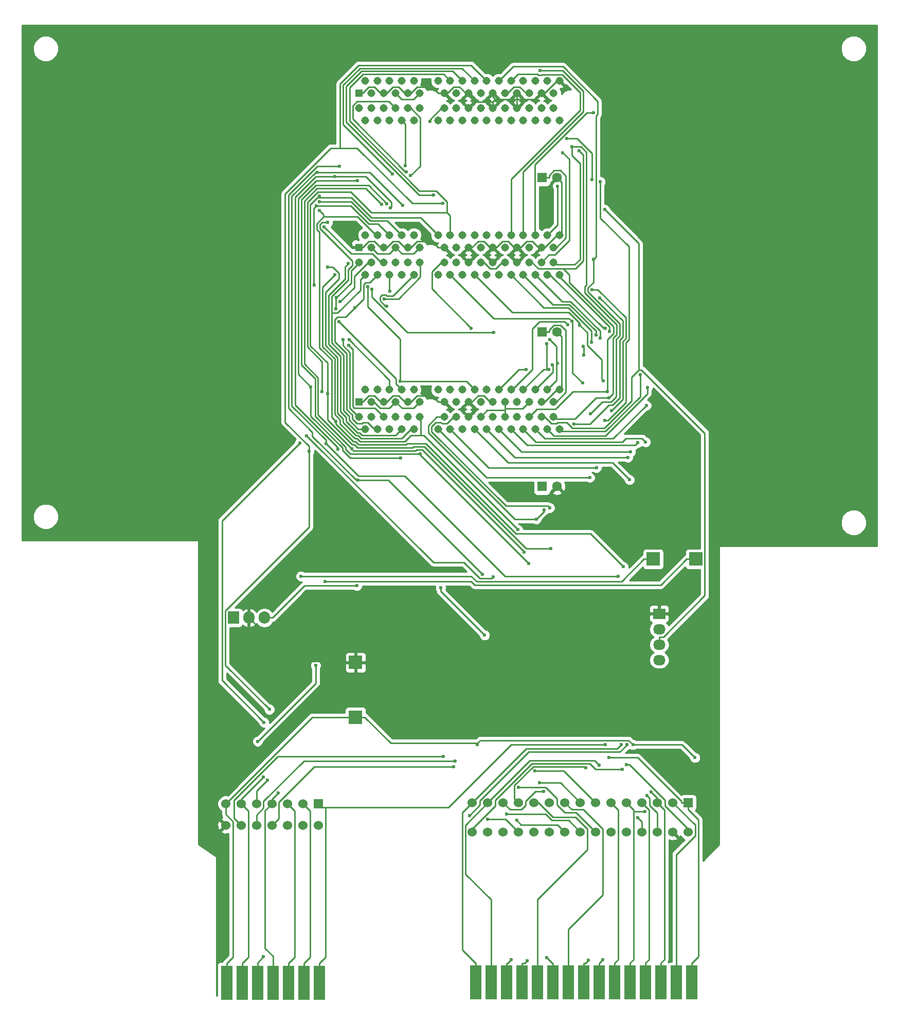
<source format=gbl>
%TF.GenerationSoftware,KiCad,Pcbnew,4.0.2+dfsg1-stable*%
%TF.CreationDate,2019-06-07T12:13:31+02:00*%
%TF.ProjectId,abex,616265782E6B696361645F7063620000,rev?*%
%TF.FileFunction,Copper,L2,Bot,Signal*%
%FSLAX46Y46*%
G04 Gerber Fmt 4.6, Leading zero omitted, Abs format (unit mm)*
G04 Created by KiCad (PCBNEW 4.0.2+dfsg1-stable) date ven 07 giu 2019 12:13:31 CEST*
%MOMM*%
G01*
G04 APERTURE LIST*
%ADD10C,0.100000*%
%ADD11R,1.930400X5.588000*%
%ADD12C,1.524000*%
%ADD13R,1.524000X1.524000*%
%ADD14R,2.235200X2.235200*%
%ADD15R,2.032000X1.727200*%
%ADD16O,2.032000X1.727200*%
%ADD17R,1.600000X1.600000*%
%ADD18C,1.600000*%
%ADD19R,1.905000X2.000000*%
%ADD20O,1.905000X2.000000*%
%ADD21R,1.308000X1.308000*%
%ADD22C,1.308000*%
%ADD23C,0.600000*%
%ADD24C,0.250000*%
%ADD25C,0.254000*%
G04 APERTURE END LIST*
D10*
D11*
X164330000Y-180652000D03*
X161790000Y-180652000D03*
X159250000Y-180652000D03*
X156710000Y-180652000D03*
X154170000Y-180652000D03*
X151630000Y-180652000D03*
X149090000Y-180652000D03*
X146550000Y-180652000D03*
X144010000Y-180652000D03*
X141470000Y-180652000D03*
X138930000Y-180652000D03*
X136390000Y-180652000D03*
X133850000Y-180652000D03*
X131310000Y-180652000D03*
X128770000Y-180652000D03*
D12*
X128220000Y-151074300D03*
X128220000Y-155925700D03*
X130760000Y-151074300D03*
X130760000Y-155925700D03*
X133300000Y-151074300D03*
X133300000Y-155925700D03*
X135840000Y-151074300D03*
X135840000Y-155925700D03*
X138380000Y-151074300D03*
X138380000Y-155925700D03*
X140920000Y-151074300D03*
X140920000Y-155925700D03*
X143460000Y-151074300D03*
X143460000Y-155925700D03*
X146000000Y-151074300D03*
X146000000Y-155925700D03*
X148540000Y-151074300D03*
X148540000Y-155925700D03*
X151080000Y-151074300D03*
X151080000Y-155925700D03*
X153620000Y-151074300D03*
X153620000Y-155925700D03*
X156160000Y-151074300D03*
X156160000Y-155925700D03*
X158700000Y-151074300D03*
X158700000Y-155925700D03*
X161240000Y-151074300D03*
X161240000Y-155925700D03*
D13*
X163780000Y-151074300D03*
D12*
X163780000Y-155925700D03*
D11*
X103022000Y-180690000D03*
X100482000Y-180690000D03*
X97942000Y-180690000D03*
X95402000Y-180690000D03*
X92862000Y-180690000D03*
X90322000Y-180690000D03*
X87782000Y-180690000D03*
D14*
X165000000Y-111000000D03*
X158000000Y-111000000D03*
X109000000Y-128000000D03*
X109000000Y-137000000D03*
D13*
X102870000Y-151257000D03*
D12*
X100330000Y-151257000D03*
X97790000Y-151257000D03*
X95250000Y-151257000D03*
X92710000Y-151257000D03*
X90170000Y-151257000D03*
X87630000Y-151257000D03*
X102870000Y-154817000D03*
X100330000Y-154817000D03*
X97790000Y-154817000D03*
X95250000Y-154817000D03*
X92710000Y-154817000D03*
X90170000Y-154817000D03*
X87630000Y-154817000D03*
D15*
X159000000Y-120000000D03*
D16*
X159000000Y-122540000D03*
X159000000Y-125080000D03*
X159000000Y-127620000D03*
D17*
X139700000Y-99060000D03*
D18*
X142200000Y-99060000D03*
D17*
X139700000Y-48260000D03*
D18*
X142200000Y-48260000D03*
D17*
X139700000Y-73660000D03*
D18*
X142200000Y-73660000D03*
D19*
X88900000Y-120650000D03*
D20*
X91440000Y-120650000D03*
X93980000Y-120650000D03*
D21*
X109600000Y-85110000D03*
D22*
X110600000Y-83110000D03*
X111600000Y-85110000D03*
X112600000Y-83110000D03*
X113600000Y-85110000D03*
X114600000Y-83110000D03*
X115600000Y-85110000D03*
X116600000Y-83110000D03*
X117600000Y-85110000D03*
X118600000Y-83110000D03*
X119600000Y-85110000D03*
X109600000Y-87610000D03*
X110600000Y-89610000D03*
X111600000Y-87610000D03*
X112600000Y-89610000D03*
X113600000Y-87610000D03*
X114600000Y-89610000D03*
X115600000Y-87610000D03*
X116600000Y-89610000D03*
X117600000Y-87610000D03*
X118600000Y-89610000D03*
X119600000Y-87610000D03*
X122600000Y-83110000D03*
X123600000Y-85110000D03*
X124600000Y-83110000D03*
X125600000Y-85110000D03*
X126600000Y-83110000D03*
X127600000Y-85110000D03*
X128600000Y-83110000D03*
X129600000Y-85110000D03*
X130600000Y-83110000D03*
X131600000Y-85110000D03*
X132600000Y-83110000D03*
X133600000Y-85110000D03*
X134600000Y-83110000D03*
X135600000Y-85110000D03*
X136600000Y-83110000D03*
X137600000Y-85110000D03*
X138600000Y-83110000D03*
X139600000Y-85110000D03*
X140600000Y-83110000D03*
X141600000Y-85110000D03*
X142600000Y-83110000D03*
X122600000Y-89610000D03*
X123600000Y-87610000D03*
X124600000Y-89610000D03*
X125600000Y-87610000D03*
X126600000Y-89610000D03*
X127600000Y-87610000D03*
X128600000Y-89610000D03*
X129600000Y-87610000D03*
X130600000Y-89610000D03*
X131600000Y-87610000D03*
X132600000Y-89610000D03*
X133600000Y-87610000D03*
X134600000Y-89610000D03*
X135600000Y-87610000D03*
X136600000Y-89610000D03*
X137600000Y-87610000D03*
X138600000Y-89610000D03*
X139600000Y-87610000D03*
X140600000Y-89610000D03*
X141600000Y-87610000D03*
X142600000Y-89610000D03*
D21*
X109600000Y-59710000D03*
D22*
X110600000Y-57710000D03*
X111600000Y-59710000D03*
X112600000Y-57710000D03*
X113600000Y-59710000D03*
X114600000Y-57710000D03*
X115600000Y-59710000D03*
X116600000Y-57710000D03*
X117600000Y-59710000D03*
X118600000Y-57710000D03*
X119600000Y-59710000D03*
X109600000Y-62210000D03*
X110600000Y-64210000D03*
X111600000Y-62210000D03*
X112600000Y-64210000D03*
X113600000Y-62210000D03*
X114600000Y-64210000D03*
X115600000Y-62210000D03*
X116600000Y-64210000D03*
X117600000Y-62210000D03*
X118600000Y-64210000D03*
X119600000Y-62210000D03*
X122600000Y-57710000D03*
X123600000Y-59710000D03*
X124600000Y-57710000D03*
X125600000Y-59710000D03*
X126600000Y-57710000D03*
X127600000Y-59710000D03*
X128600000Y-57710000D03*
X129600000Y-59710000D03*
X130600000Y-57710000D03*
X131600000Y-59710000D03*
X132600000Y-57710000D03*
X133600000Y-59710000D03*
X134600000Y-57710000D03*
X135600000Y-59710000D03*
X136600000Y-57710000D03*
X137600000Y-59710000D03*
X138600000Y-57710000D03*
X139600000Y-59710000D03*
X140600000Y-57710000D03*
X141600000Y-59710000D03*
X142600000Y-57710000D03*
X122600000Y-64210000D03*
X123600000Y-62210000D03*
X124600000Y-64210000D03*
X125600000Y-62210000D03*
X126600000Y-64210000D03*
X127600000Y-62210000D03*
X128600000Y-64210000D03*
X129600000Y-62210000D03*
X130600000Y-64210000D03*
X131600000Y-62210000D03*
X132600000Y-64210000D03*
X133600000Y-62210000D03*
X134600000Y-64210000D03*
X135600000Y-62210000D03*
X136600000Y-64210000D03*
X137600000Y-62210000D03*
X138600000Y-64210000D03*
X139600000Y-62210000D03*
X140600000Y-64210000D03*
X141600000Y-62210000D03*
X142600000Y-64210000D03*
D21*
X109600000Y-34310000D03*
D22*
X110600000Y-32310000D03*
X111600000Y-34310000D03*
X112600000Y-32310000D03*
X113600000Y-34310000D03*
X114600000Y-32310000D03*
X115600000Y-34310000D03*
X116600000Y-32310000D03*
X117600000Y-34310000D03*
X118600000Y-32310000D03*
X119600000Y-34310000D03*
X109600000Y-36810000D03*
X110600000Y-38810000D03*
X111600000Y-36810000D03*
X112600000Y-38810000D03*
X113600000Y-36810000D03*
X114600000Y-38810000D03*
X115600000Y-36810000D03*
X116600000Y-38810000D03*
X117600000Y-36810000D03*
X118600000Y-38810000D03*
X119600000Y-36810000D03*
X122600000Y-32310000D03*
X123600000Y-34310000D03*
X124600000Y-32310000D03*
X125600000Y-34310000D03*
X126600000Y-32310000D03*
X127600000Y-34310000D03*
X128600000Y-32310000D03*
X129600000Y-34310000D03*
X130600000Y-32310000D03*
X131600000Y-34310000D03*
X132600000Y-32310000D03*
X133600000Y-34310000D03*
X134600000Y-32310000D03*
X135600000Y-34310000D03*
X136600000Y-32310000D03*
X137600000Y-34310000D03*
X138600000Y-32310000D03*
X139600000Y-34310000D03*
X140600000Y-32310000D03*
X141600000Y-34310000D03*
X142600000Y-32310000D03*
X122600000Y-38810000D03*
X123600000Y-36810000D03*
X124600000Y-38810000D03*
X125600000Y-36810000D03*
X126600000Y-38810000D03*
X127600000Y-36810000D03*
X128600000Y-38810000D03*
X129600000Y-36810000D03*
X130600000Y-38810000D03*
X131600000Y-36810000D03*
X132600000Y-38810000D03*
X133600000Y-36810000D03*
X134600000Y-38810000D03*
X135600000Y-36810000D03*
X136600000Y-38810000D03*
X137600000Y-36810000D03*
X138600000Y-38810000D03*
X139600000Y-36810000D03*
X140600000Y-38810000D03*
X141600000Y-36810000D03*
X142600000Y-38810000D03*
D23*
X140007500Y-149207300D03*
X134631600Y-176919500D03*
X154675000Y-141536500D03*
X129086000Y-141535700D03*
X164877500Y-143676100D03*
X125993300Y-138380700D03*
X109233500Y-115391600D03*
X153618600Y-144810700D03*
X150743700Y-143664700D03*
X157672700Y-149330500D03*
X156628800Y-152519400D03*
X138545600Y-145835900D03*
X149684000Y-176888700D03*
X139311600Y-147816600D03*
X147306500Y-177002100D03*
X140505800Y-176555300D03*
X146920800Y-145335600D03*
X137230000Y-177045000D03*
X149090900Y-144897400D03*
X152759800Y-141536500D03*
X156987500Y-149865100D03*
X155496700Y-153528300D03*
X135839600Y-148510900D03*
X133901500Y-152968800D03*
X135557700Y-153997200D03*
X130760000Y-153781200D03*
X127744400Y-153173000D03*
X153680800Y-141509200D03*
X152926800Y-145565800D03*
X150160600Y-141541800D03*
X96284200Y-149484500D03*
X94517100Y-147367600D03*
X93862600Y-176438700D03*
X93795100Y-146837300D03*
X125138400Y-145152400D03*
X125375000Y-144243200D03*
X123463400Y-143475300D03*
X92894600Y-140981700D03*
X102443100Y-128487700D03*
X105620900Y-48021200D03*
X114756700Y-53244800D03*
X106087900Y-92923500D03*
X142274900Y-49621800D03*
X141024600Y-74906500D03*
X142263700Y-78773400D03*
X121841700Y-51066600D03*
X102734600Y-47345800D03*
X104130400Y-92007700D03*
X152262100Y-113871600D03*
X116781900Y-52760700D03*
X115074600Y-47627600D03*
X110985200Y-66134600D03*
X116338300Y-81778400D03*
X141153600Y-109242000D03*
X104381400Y-83792800D03*
X103079200Y-51260500D03*
X101374500Y-93247100D03*
X94813400Y-135720600D03*
X123364000Y-52454300D03*
X103057500Y-52192800D03*
X106246500Y-71932100D03*
X103514200Y-83453500D03*
X140463300Y-75550600D03*
X140795200Y-79773900D03*
X139391900Y-30646800D03*
X141371900Y-79071900D03*
X148197100Y-37520900D03*
X149304800Y-48923400D03*
X150015300Y-88176400D03*
X148148100Y-61712300D03*
X147640900Y-87083300D03*
X137065000Y-79821600D03*
X143934900Y-72411100D03*
X147898000Y-66655000D03*
X151103500Y-86612400D03*
X102535500Y-52873500D03*
X102244000Y-65939000D03*
X107970500Y-74929800D03*
X99843800Y-91874300D03*
X93936300Y-137872600D03*
X105840200Y-67984500D03*
X105746200Y-69835500D03*
X106921800Y-74855500D03*
X123009900Y-115721400D03*
X130259200Y-123503600D03*
X106480800Y-68659800D03*
X106350000Y-46371500D03*
X109384500Y-98025400D03*
X129930700Y-113520900D03*
X107903800Y-75825200D03*
X103827500Y-56308500D03*
X100958400Y-90690500D03*
X131683800Y-113952400D03*
X108356500Y-92850300D03*
X113312500Y-52654600D03*
X136760400Y-109849100D03*
X117385000Y-47292700D03*
X114175400Y-52500200D03*
X119668400Y-93665000D03*
X137485000Y-111707000D03*
X118072700Y-47922600D03*
X105609000Y-64232600D03*
X135717000Y-106140900D03*
X113679900Y-68172200D03*
X121249500Y-39020500D03*
X138757100Y-104421300D03*
X128052700Y-73027500D03*
X140029700Y-102950200D03*
X140981000Y-102555500D03*
X153093000Y-112224800D03*
X105785100Y-88392200D03*
X103064800Y-53615300D03*
X104384800Y-55620800D03*
X108873700Y-69626700D03*
X109328100Y-48713300D03*
X116400400Y-94369300D03*
X101636000Y-82655200D03*
X114614800Y-66964000D03*
X107802200Y-62392700D03*
X117164100Y-46286000D03*
X104378400Y-62921000D03*
X114166500Y-69353700D03*
X111716800Y-66634900D03*
X131748600Y-73720200D03*
X147581000Y-97580400D03*
X144596400Y-71869900D03*
X146369100Y-82025500D03*
X148647000Y-95937000D03*
X149235400Y-68034800D03*
X144951200Y-88763600D03*
X154114500Y-97957500D03*
X145895000Y-72481700D03*
X149798900Y-81629000D03*
X146484300Y-75975300D03*
X146592300Y-77404700D03*
X153829500Y-94248500D03*
X154293100Y-93313200D03*
X147878600Y-75330300D03*
X155458400Y-91846000D03*
X156767600Y-91744300D03*
X148569200Y-74161300D03*
X149271100Y-74662200D03*
X156869300Y-85719500D03*
X157062200Y-82732800D03*
X150109200Y-73055700D03*
X143748800Y-41800900D03*
X147941700Y-48530500D03*
X150821900Y-73567100D03*
X155849600Y-80613600D03*
X100000000Y-113822600D03*
X150486800Y-83453700D03*
X145816000Y-43851100D03*
X143130900Y-44166100D03*
X150013000Y-53459800D03*
X150714300Y-84463700D03*
X144628200Y-43168200D03*
X103987700Y-114714100D03*
D24*
X138611800Y-149207300D02*
X140007500Y-149207300D01*
X136977400Y-150841700D02*
X138611800Y-149207300D01*
X136977400Y-151545500D02*
X136977400Y-150841700D01*
X136305300Y-152217600D02*
X136977400Y-151545500D01*
X134443300Y-152217600D02*
X136305300Y-152217600D01*
X133300000Y-151074300D02*
X134443300Y-152217600D01*
X133850000Y-180652000D02*
X133850000Y-177482700D01*
X134068400Y-177482700D02*
X134631600Y-176919500D01*
X133850000Y-177482700D02*
X134068400Y-177482700D01*
X87782000Y-180690000D02*
X87782000Y-177520700D01*
X87630000Y-152984700D02*
X87630000Y-151257000D01*
X88830100Y-154184800D02*
X87630000Y-152984700D01*
X88830100Y-176472600D02*
X88830100Y-154184800D01*
X87782000Y-177520700D02*
X88830100Y-176472600D01*
X101887000Y-137000000D02*
X109000000Y-137000000D01*
X87630000Y-151257000D02*
X101887000Y-137000000D01*
X109000000Y-137000000D02*
X110492900Y-137000000D01*
X129086000Y-141291700D02*
X129086000Y-141535700D01*
X114784600Y-141291700D02*
X129086000Y-141291700D01*
X110492900Y-137000000D02*
X114784600Y-141291700D01*
X153944000Y-140805500D02*
X154675000Y-141536500D01*
X129572200Y-140805500D02*
X153944000Y-140805500D01*
X129086000Y-141291700D02*
X129572200Y-140805500D01*
X162737900Y-141536500D02*
X154675000Y-141536500D01*
X164877500Y-143676100D02*
X162737900Y-141536500D01*
X118144300Y-34310000D02*
X117600000Y-34310000D01*
X119175100Y-33279200D02*
X118144300Y-34310000D01*
X121569200Y-33279200D02*
X119175100Y-33279200D01*
X122600000Y-34310000D02*
X121569200Y-33279200D01*
X123600000Y-34310000D02*
X122600000Y-34310000D01*
X114144300Y-34310000D02*
X113600000Y-34310000D01*
X115175100Y-33279200D02*
X114144300Y-34310000D01*
X116113500Y-33279200D02*
X115175100Y-33279200D01*
X117144300Y-34310000D02*
X116113500Y-33279200D01*
X117600000Y-34310000D02*
X117144300Y-34310000D01*
X110144300Y-34310000D02*
X109600000Y-34310000D01*
X111175100Y-33279200D02*
X110144300Y-34310000D01*
X112113500Y-33279200D02*
X111175100Y-33279200D01*
X113144300Y-34310000D02*
X112113500Y-33279200D01*
X113600000Y-34310000D02*
X113144300Y-34310000D01*
X132144300Y-59710000D02*
X131600000Y-59710000D01*
X133175100Y-58679200D02*
X132144300Y-59710000D01*
X134113500Y-58679200D02*
X133175100Y-58679200D01*
X135144300Y-59710000D02*
X134113500Y-58679200D01*
X135600000Y-59710000D02*
X135144300Y-59710000D01*
X128144300Y-59710000D02*
X127600000Y-59710000D01*
X129175100Y-58679200D02*
X128144300Y-59710000D01*
X130113500Y-58679200D02*
X129175100Y-58679200D01*
X131144300Y-59710000D02*
X130113500Y-58679200D01*
X131600000Y-59710000D02*
X131144300Y-59710000D01*
X110144300Y-59710000D02*
X109600000Y-59710000D01*
X111175100Y-58679200D02*
X110144300Y-59710000D01*
X112113500Y-58679200D02*
X111175100Y-58679200D01*
X113144300Y-59710000D02*
X112113500Y-58679200D01*
X113600000Y-59710000D02*
X113144300Y-59710000D01*
X128144300Y-85110000D02*
X127600000Y-85110000D01*
X129175100Y-84079200D02*
X128144300Y-85110000D01*
X130113500Y-84079200D02*
X129175100Y-84079200D01*
X131144300Y-85110000D02*
X130113500Y-84079200D01*
X131600000Y-85110000D02*
X131144300Y-85110000D01*
X140144300Y-85110000D02*
X139600000Y-85110000D01*
X142144300Y-83110000D02*
X140144300Y-85110000D01*
X142600000Y-83110000D02*
X142144300Y-83110000D01*
X142939000Y-74399000D02*
X142200000Y-73660000D01*
X142939000Y-82771000D02*
X142939000Y-74399000D01*
X142600000Y-83110000D02*
X142939000Y-82771000D01*
X108253600Y-128000000D02*
X107507100Y-128000000D01*
X108253600Y-128000000D02*
X109000000Y-128000000D01*
X109000000Y-128000000D02*
X110492900Y-128000000D01*
X135483500Y-120000000D02*
X125993300Y-129490200D01*
X159000000Y-120000000D02*
X135483500Y-120000000D01*
X111983100Y-129490200D02*
X110492900Y-128000000D01*
X125993300Y-129490200D02*
X111983100Y-129490200D01*
X124144300Y-34310000D02*
X123600000Y-34310000D01*
X125175100Y-33279200D02*
X124144300Y-34310000D01*
X126113500Y-33279200D02*
X125175100Y-33279200D01*
X127144300Y-34310000D02*
X126113500Y-33279200D01*
X127600000Y-34310000D02*
X127144300Y-34310000D01*
X125993300Y-129490200D02*
X125993300Y-138380700D01*
X136144300Y-59710000D02*
X135600000Y-59710000D01*
X137175100Y-58679200D02*
X136144300Y-59710000D01*
X138113500Y-58679200D02*
X137175100Y-58679200D01*
X139144300Y-59710000D02*
X138113500Y-58679200D01*
X139600000Y-59710000D02*
X139144300Y-59710000D01*
X140144300Y-59710000D02*
X139600000Y-59710000D01*
X142144300Y-57710000D02*
X140144300Y-59710000D01*
X142600000Y-57710000D02*
X142144300Y-57710000D01*
X118144300Y-85110000D02*
X117600000Y-85110000D01*
X119175100Y-84079200D02*
X118144300Y-85110000D01*
X121569200Y-84079200D02*
X119175100Y-84079200D01*
X122600000Y-85110000D02*
X121569200Y-84079200D01*
X123600000Y-85110000D02*
X122600000Y-85110000D01*
X131600000Y-35734200D02*
X131600000Y-36810000D01*
X128675800Y-35734200D02*
X127600000Y-36810000D01*
X131600000Y-35734200D02*
X128675800Y-35734200D01*
X127600000Y-34658400D02*
X127600000Y-34310000D01*
X128675800Y-35734200D02*
X127600000Y-34658400D01*
X131994500Y-35339700D02*
X131600000Y-35734200D01*
X131600000Y-34945200D02*
X131994500Y-35339700D01*
X131600000Y-34310000D02*
X131600000Y-34945200D01*
X131994500Y-35339700D02*
X135600000Y-35339700D01*
X135600000Y-35339700D02*
X135600000Y-34310000D01*
X135600000Y-36810000D02*
X135600000Y-35339700D01*
X140144300Y-34310000D02*
X139600000Y-34310000D01*
X142144300Y-32310000D02*
X140144300Y-34310000D01*
X142600000Y-32310000D02*
X142144300Y-32310000D01*
X138570300Y-35339700D02*
X135600000Y-35339700D01*
X139600000Y-34310000D02*
X138570300Y-35339700D01*
X114144300Y-85110000D02*
X113600000Y-85110000D01*
X115175100Y-84079200D02*
X114144300Y-85110000D01*
X116113500Y-84079200D02*
X115175100Y-84079200D01*
X117144300Y-85110000D02*
X116113500Y-84079200D01*
X117600000Y-85110000D02*
X117144300Y-85110000D01*
X110144300Y-85110000D02*
X109600000Y-85110000D01*
X111175100Y-84079200D02*
X110144300Y-85110000D01*
X112113500Y-84079200D02*
X111175100Y-84079200D01*
X113144300Y-85110000D02*
X112113500Y-84079200D01*
X113600000Y-85110000D02*
X113144300Y-85110000D01*
X118144300Y-59710000D02*
X117600000Y-59710000D01*
X119175100Y-58679200D02*
X118144300Y-59710000D01*
X121569200Y-58679200D02*
X119175100Y-58679200D01*
X122600000Y-59710000D02*
X121569200Y-58679200D01*
X123600000Y-59710000D02*
X122600000Y-59710000D01*
X114144300Y-59710000D02*
X113600000Y-59710000D01*
X115175100Y-58679200D02*
X114144300Y-59710000D01*
X116113500Y-58679200D02*
X115175100Y-58679200D01*
X117144300Y-59710000D02*
X116113500Y-58679200D01*
X117600000Y-59710000D02*
X117144300Y-59710000D01*
X142950300Y-57359700D02*
X142600000Y-57710000D01*
X142950300Y-49010300D02*
X142950300Y-57359700D01*
X142200000Y-48260000D02*
X142950300Y-49010300D01*
X98602400Y-127812400D02*
X91440000Y-120650000D01*
X107319500Y-127812400D02*
X98602400Y-127812400D01*
X107507100Y-128000000D02*
X107319500Y-127812400D01*
X93980000Y-120650000D02*
X95307800Y-120650000D01*
X100566200Y-115391600D02*
X109233500Y-115391600D01*
X95307800Y-120650000D02*
X100566200Y-115391600D01*
X154117000Y-144810700D02*
X153618600Y-144810700D01*
X159970000Y-150663700D02*
X154117000Y-144810700D01*
X159970000Y-151636600D02*
X159970000Y-150663700D01*
X163780000Y-155446600D02*
X159970000Y-151636600D01*
X163780000Y-155925700D02*
X163780000Y-155446600D01*
X163780000Y-151074300D02*
X162642700Y-151074300D01*
X164330000Y-180652000D02*
X164330000Y-177482700D01*
X163780000Y-151074300D02*
X163780000Y-152211600D01*
X165417600Y-153849200D02*
X163780000Y-152211600D01*
X165417600Y-176395100D02*
X165417600Y-153849200D01*
X164330000Y-177482700D02*
X165417600Y-176395100D01*
X162642700Y-150861100D02*
X162642700Y-151074300D01*
X155446300Y-143664700D02*
X162642700Y-150861100D01*
X150743700Y-143664700D02*
X155446300Y-143664700D01*
X161790000Y-159623300D02*
X161790000Y-180652000D01*
X164917300Y-156496000D02*
X161790000Y-159623300D01*
X164917300Y-154751600D02*
X164917300Y-156496000D01*
X161240000Y-151074300D02*
X164917300Y-154751600D01*
X158700000Y-150357800D02*
X158700000Y-151074300D01*
X157672700Y-149330500D02*
X158700000Y-150357800D01*
X159880000Y-176852700D02*
X159250000Y-177482700D01*
X159880000Y-152254300D02*
X159880000Y-176852700D01*
X158700000Y-151074300D02*
X159880000Y-152254300D01*
X159250000Y-180652000D02*
X159250000Y-177482700D01*
X157340000Y-176852700D02*
X156710000Y-177482700D01*
X157340000Y-152254300D02*
X157340000Y-176852700D01*
X156160000Y-151074300D02*
X157340000Y-152254300D01*
X156710000Y-180652000D02*
X156710000Y-177482700D01*
X154170000Y-180652000D02*
X154170000Y-177482700D01*
X154800000Y-152519400D02*
X156628800Y-152519400D01*
X154800000Y-176852700D02*
X154800000Y-152519400D01*
X154170000Y-177482700D02*
X154800000Y-176852700D01*
X154800000Y-152254300D02*
X153620000Y-151074300D01*
X154800000Y-152519400D02*
X154800000Y-152254300D01*
X152260000Y-176852700D02*
X151630000Y-177482700D01*
X152260000Y-152254300D02*
X152260000Y-176852700D01*
X151080000Y-151074300D02*
X152260000Y-152254300D01*
X151630000Y-180652000D02*
X151630000Y-177482700D01*
X149090000Y-180652000D02*
X149090000Y-177482700D01*
X143301600Y-145835900D02*
X138545600Y-145835900D01*
X148540000Y-151074300D02*
X143301600Y-145835900D01*
X149090000Y-177482700D02*
X149684000Y-176888700D01*
X146825900Y-177482700D02*
X147306500Y-177002100D01*
X146550000Y-177482700D02*
X146825900Y-177482700D01*
X146550000Y-180652000D02*
X146550000Y-177482700D01*
X142742300Y-147816600D02*
X139311600Y-147816600D01*
X146000000Y-151074300D02*
X142742300Y-147816600D01*
X144010000Y-171920600D02*
X144010000Y-180652000D01*
X149680800Y-166249800D02*
X144010000Y-171920600D01*
X149680800Y-155427000D02*
X149680800Y-166249800D01*
X146465500Y-152211700D02*
X149680800Y-155427000D01*
X144597400Y-152211700D02*
X146465500Y-152211700D01*
X143460000Y-151074300D02*
X144597400Y-152211700D01*
X141433200Y-177482700D02*
X141470000Y-177482700D01*
X140505800Y-176555300D02*
X141433200Y-177482700D01*
X141470000Y-180652000D02*
X141470000Y-177482700D01*
X138930000Y-180652000D02*
X138930000Y-177482700D01*
X139087600Y-151074300D02*
X138380000Y-151074300D01*
X141513400Y-153500100D02*
X139087600Y-151074300D01*
X145198200Y-153500100D02*
X141513400Y-153500100D01*
X147140500Y-155442400D02*
X145198200Y-153500100D01*
X147140500Y-158772600D02*
X147140500Y-155442400D01*
X138930000Y-166983100D02*
X147140500Y-158772600D01*
X138930000Y-177482700D02*
X138930000Y-166983100D01*
X135164300Y-150398600D02*
X135840000Y-151074300D01*
X135164300Y-148230900D02*
X135164300Y-150398600D01*
X138234700Y-145160500D02*
X135164300Y-148230900D01*
X146745700Y-145160500D02*
X138234700Y-145160500D01*
X146920800Y-145335600D02*
X146745700Y-145160500D01*
X136792300Y-177482700D02*
X137230000Y-177045000D01*
X136390000Y-177482700D02*
X136792300Y-177482700D01*
X136390000Y-180652000D02*
X136390000Y-177482700D01*
X130760000Y-151112400D02*
X130760000Y-151074300D01*
X127078800Y-154793600D02*
X130760000Y-151112400D01*
X127078800Y-162818000D02*
X127078800Y-154793600D01*
X131310000Y-167049200D02*
X127078800Y-162818000D01*
X131310000Y-180652000D02*
X131310000Y-167049200D01*
X148310700Y-144117200D02*
X149090900Y-144897400D01*
X137717100Y-144117200D02*
X148310700Y-144117200D01*
X130760000Y-151074300D02*
X137717100Y-144117200D01*
X137077200Y-142217100D02*
X128220000Y-151074300D01*
X152079200Y-142217100D02*
X137077200Y-142217100D01*
X152759800Y-141536500D02*
X152079200Y-142217100D01*
X126576200Y-175288900D02*
X128770000Y-177482700D01*
X126576200Y-152718100D02*
X126576200Y-175288900D01*
X128220000Y-151074300D02*
X126576200Y-152718100D01*
X128770000Y-180652000D02*
X128770000Y-177482700D01*
X158700000Y-152794700D02*
X158700000Y-155925700D01*
X157448200Y-151542900D02*
X158700000Y-152794700D01*
X157448200Y-150325800D02*
X157448200Y-151542900D01*
X156987500Y-149865100D02*
X157448200Y-150325800D01*
X156160000Y-154191600D02*
X155496700Y-153528300D01*
X156160000Y-155925700D02*
X156160000Y-154191600D01*
X140266200Y-148510900D02*
X135839600Y-148510900D01*
X142190000Y-150434700D02*
X140266200Y-148510900D01*
X142190000Y-151469200D02*
X142190000Y-150434700D01*
X143432900Y-152712100D02*
X142190000Y-151469200D01*
X145326400Y-152712100D02*
X143432900Y-152712100D01*
X148540000Y-155925700D02*
X145326400Y-152712100D01*
X144074800Y-154000500D02*
X146000000Y-155925700D01*
X141306200Y-154000500D02*
X144074800Y-154000500D01*
X140274500Y-152968800D02*
X141306200Y-154000500D01*
X133901500Y-152968800D02*
X140274500Y-152968800D01*
X142252000Y-154717700D02*
X143460000Y-155925700D01*
X136278200Y-154717700D02*
X142252000Y-154717700D01*
X135557700Y-153997200D02*
X136278200Y-154717700D01*
X133695500Y-153781200D02*
X135840000Y-155925700D01*
X130760000Y-153781200D02*
X133695500Y-153781200D01*
X153680800Y-141574800D02*
X153680800Y-141509200D01*
X152538200Y-142717400D02*
X153680800Y-141574800D01*
X137499100Y-142717400D02*
X152538200Y-142717400D01*
X129490000Y-150726500D02*
X137499100Y-142717400D01*
X129490000Y-151427400D02*
X129490000Y-150726500D01*
X127744400Y-153173000D02*
X129490000Y-151427400D01*
X152872300Y-145620300D02*
X152926800Y-145565800D01*
X148555000Y-145620300D02*
X152872300Y-145620300D01*
X147594900Y-144660200D02*
X148555000Y-145620300D01*
X138022500Y-144660200D02*
X147594900Y-144660200D01*
X132030000Y-150652700D02*
X138022500Y-144660200D01*
X132030000Y-151556200D02*
X132030000Y-150652700D01*
X128220000Y-155366200D02*
X132030000Y-151556200D01*
X128220000Y-155925700D02*
X128220000Y-155366200D01*
X130144300Y-62210000D02*
X129600000Y-62210000D01*
X131175100Y-63240800D02*
X130144300Y-62210000D01*
X132113500Y-63240800D02*
X131175100Y-63240800D01*
X133144300Y-62210000D02*
X132113500Y-63240800D01*
X133600000Y-62210000D02*
X133144300Y-62210000D01*
X139700000Y-73660000D02*
X140875300Y-73660000D01*
X116641800Y-86151800D02*
X115600000Y-85110000D01*
X118558200Y-86151800D02*
X116641800Y-86151800D01*
X119600000Y-85110000D02*
X118558200Y-86151800D01*
X111998000Y-85110000D02*
X111600000Y-85110000D01*
X113027400Y-86139400D02*
X111998000Y-85110000D01*
X114570600Y-86139400D02*
X113027400Y-86139400D01*
X115600000Y-85110000D02*
X114570600Y-86139400D01*
X136506300Y-86203700D02*
X137600000Y-85110000D01*
X133600000Y-86203700D02*
X136506300Y-86203700D01*
X133600000Y-85110000D02*
X133600000Y-86203700D01*
X130680300Y-86529700D02*
X129600000Y-87610000D01*
X133600000Y-86529700D02*
X130680300Y-86529700D01*
X133600000Y-86203700D02*
X133600000Y-86529700D01*
X133600000Y-86529700D02*
X133600000Y-87610000D01*
X116641800Y-60751800D02*
X115600000Y-59710000D01*
X118558200Y-60751800D02*
X116641800Y-60751800D01*
X119600000Y-59710000D02*
X118558200Y-60751800D01*
X112629400Y-60739400D02*
X111600000Y-59710000D01*
X114570600Y-60739400D02*
X112629400Y-60739400D01*
X115600000Y-59710000D02*
X114570600Y-60739400D01*
X116641000Y-35351000D02*
X115600000Y-34310000D01*
X118559000Y-35351000D02*
X116641000Y-35351000D01*
X119600000Y-34310000D02*
X118559000Y-35351000D01*
X142096300Y-85110000D02*
X141600000Y-85110000D01*
X143640300Y-83566000D02*
X142096300Y-85110000D01*
X143640300Y-73394000D02*
X143640300Y-83566000D01*
X142729500Y-72483200D02*
X143640300Y-73394000D01*
X141684800Y-72483200D02*
X142729500Y-72483200D01*
X140875300Y-73292700D02*
X141684800Y-72483200D01*
X140875300Y-73660000D02*
X140875300Y-73292700D01*
X142067600Y-59710000D02*
X141600000Y-59710000D01*
X143635800Y-58141800D02*
X142067600Y-59710000D01*
X143635800Y-47927600D02*
X143635800Y-58141800D01*
X142778100Y-47069900D02*
X143635800Y-47927600D01*
X141698100Y-47069900D02*
X142778100Y-47069900D01*
X140875300Y-47892700D02*
X141698100Y-47069900D01*
X140875300Y-48260000D02*
X140875300Y-47892700D01*
X139700000Y-48260000D02*
X140875300Y-48260000D01*
X137055800Y-34310000D02*
X137600000Y-34310000D01*
X136025000Y-33279200D02*
X137055800Y-34310000D01*
X135086600Y-33279200D02*
X136025000Y-33279200D01*
X134055800Y-34310000D02*
X135086600Y-33279200D01*
X133600000Y-34310000D02*
X134055800Y-34310000D01*
X102870000Y-151257000D02*
X102870000Y-151825600D01*
X104058400Y-176484300D02*
X103022000Y-177520700D01*
X104058400Y-151825600D02*
X104058400Y-176484300D01*
X102870000Y-151825600D02*
X104058400Y-151825600D01*
X134621100Y-141541800D02*
X150160600Y-141541800D01*
X124337300Y-151825600D02*
X134621100Y-141541800D01*
X104058400Y-151825600D02*
X124337300Y-151825600D01*
X103022000Y-180690000D02*
X103022000Y-177520700D01*
X101530100Y-176472600D02*
X100482000Y-177520700D01*
X101530100Y-152457100D02*
X101530100Y-176472600D01*
X100330000Y-151257000D02*
X101530100Y-152457100D01*
X100482000Y-180690000D02*
X100482000Y-177520700D01*
X98990100Y-176472600D02*
X97942000Y-177520700D01*
X98990100Y-152457100D02*
X98990100Y-176472600D01*
X97790000Y-151257000D02*
X98990100Y-152457100D01*
X97942000Y-180690000D02*
X97942000Y-177520700D01*
X95250000Y-150518700D02*
X96284200Y-149484500D01*
X95250000Y-151257000D02*
X95250000Y-150518700D01*
X95402000Y-176349300D02*
X95402000Y-180690000D01*
X94112600Y-175059900D02*
X95402000Y-176349300D01*
X94112600Y-152394400D02*
X94112600Y-175059900D01*
X95250000Y-151257000D02*
X94112600Y-152394400D01*
X92710000Y-149174700D02*
X94517100Y-147367600D01*
X92710000Y-151257000D02*
X92710000Y-149174700D01*
X92862000Y-177439300D02*
X93862600Y-176438700D01*
X92862000Y-180690000D02*
X92862000Y-177439300D01*
X90322000Y-180690000D02*
X90322000Y-177520700D01*
X91370100Y-152457100D02*
X90170000Y-151257000D01*
X91370100Y-176472600D02*
X91370100Y-152457100D01*
X90322000Y-177520700D02*
X91370100Y-176472600D01*
X90170000Y-150462400D02*
X93795100Y-146837300D01*
X90170000Y-151257000D02*
X90170000Y-150462400D01*
X102208700Y-145152400D02*
X125138400Y-145152400D01*
X96387400Y-150973700D02*
X102208700Y-145152400D01*
X96387400Y-153679600D02*
X96387400Y-150973700D01*
X95250000Y-154817000D02*
X96387400Y-153679600D01*
X100477100Y-144243200D02*
X125375000Y-144243200D01*
X93847400Y-150872900D02*
X100477100Y-144243200D01*
X93847400Y-151951900D02*
X93847400Y-150872900D01*
X92710000Y-153089300D02*
X93847400Y-151951900D01*
X92710000Y-154817000D02*
X92710000Y-153089300D01*
X89000100Y-153647100D02*
X90170000Y-154817000D01*
X89000100Y-150677300D02*
X89000100Y-153647100D01*
X96202100Y-143475300D02*
X89000100Y-150677300D01*
X123463400Y-143475300D02*
X96202100Y-143475300D01*
X102443100Y-131433200D02*
X102443100Y-128487700D01*
X92894600Y-140981700D02*
X102443100Y-131433200D01*
X110651500Y-48021200D02*
X105620900Y-48021200D01*
X114912300Y-52282000D02*
X110651500Y-48021200D01*
X114912300Y-53089200D02*
X114912300Y-52282000D01*
X114756700Y-53244800D02*
X114912300Y-53089200D01*
X106087900Y-92660000D02*
X106087900Y-92923500D01*
X99064900Y-85637000D02*
X106087900Y-92660000D01*
X99064900Y-51451300D02*
X99064900Y-85637000D01*
X102495000Y-48021200D02*
X99064900Y-51451300D01*
X105620900Y-48021200D02*
X102495000Y-48021200D01*
X142106600Y-78773400D02*
X142263700Y-78773400D01*
X142106600Y-81603400D02*
X142106600Y-78773400D01*
X140600000Y-83110000D02*
X142106600Y-81603400D01*
X142106600Y-75988500D02*
X141024600Y-74906500D01*
X142106600Y-78773400D02*
X142106600Y-75988500D01*
X142274900Y-56035100D02*
X140600000Y-57710000D01*
X142274900Y-49621800D02*
X142274900Y-56035100D01*
X119478300Y-51066600D02*
X121841700Y-51066600D01*
X107473300Y-39061600D02*
X119478300Y-51066600D01*
X107473300Y-33213900D02*
X107473300Y-39061600D01*
X109954300Y-30732900D02*
X107473300Y-33213900D01*
X125022900Y-30732900D02*
X109954300Y-30732900D01*
X126600000Y-32310000D02*
X125022900Y-30732900D01*
X111367000Y-47345800D02*
X102734600Y-47345800D01*
X116781900Y-52760700D02*
X111367000Y-47345800D01*
X104130400Y-91413800D02*
X104130400Y-92007700D01*
X98510100Y-85793500D02*
X104130400Y-91413800D01*
X98510100Y-51298400D02*
X98510100Y-85793500D01*
X102462700Y-47345800D02*
X98510100Y-51298400D01*
X102734600Y-47345800D02*
X102462700Y-47345800D01*
X133626000Y-113871600D02*
X152262100Y-113871600D01*
X117104200Y-97349800D02*
X133626000Y-113871600D01*
X109472500Y-97349800D02*
X117104200Y-97349800D01*
X104130400Y-92007700D02*
X109472500Y-97349800D01*
X106973000Y-39526000D02*
X115074600Y-47627600D01*
X106973000Y-33006600D02*
X106973000Y-39526000D01*
X109747000Y-30232600D02*
X106973000Y-33006600D01*
X126522600Y-30232600D02*
X109747000Y-30232600D01*
X128600000Y-32310000D02*
X126522600Y-30232600D01*
X127268400Y-81778400D02*
X128600000Y-83110000D01*
X116338300Y-81778400D02*
X127268400Y-81778400D01*
X110985200Y-69475300D02*
X110985200Y-66134600D01*
X116338300Y-74828400D02*
X110985200Y-69475300D01*
X116338300Y-81778400D02*
X116338300Y-74828400D01*
X103079200Y-51260500D02*
X103079200Y-51512100D01*
X119705100Y-54815100D02*
X122600000Y-57710000D01*
X111613500Y-54815100D02*
X119705100Y-54815100D01*
X108310500Y-51512100D02*
X111613500Y-54815100D01*
X103079200Y-51512100D02*
X108310500Y-51512100D01*
X104381400Y-78681100D02*
X104381400Y-83792800D01*
X101568700Y-75868400D02*
X104381400Y-78681100D01*
X101568700Y-52671200D02*
X101568700Y-75868400D01*
X102727800Y-51512100D02*
X101568700Y-52671200D01*
X103079200Y-51512100D02*
X102727800Y-51512100D01*
X104381400Y-88119400D02*
X104381400Y-83792800D01*
X108436900Y-92174900D02*
X104381400Y-88119400D01*
X108812900Y-92174900D02*
X108436900Y-92174900D01*
X109287900Y-92649900D02*
X108812900Y-92174900D01*
X118401400Y-92649900D02*
X109287900Y-92649900D01*
X118566900Y-92484400D02*
X118401400Y-92649900D01*
X120350800Y-92484400D02*
X118566900Y-92484400D01*
X137108400Y-109242000D02*
X120350800Y-92484400D01*
X141153600Y-109242000D02*
X137108400Y-109242000D01*
X128021100Y-29731100D02*
X130600000Y-32310000D01*
X109482000Y-29731100D02*
X128021100Y-29731100D01*
X106434000Y-32779100D02*
X109482000Y-29731100D01*
X106434000Y-43372700D02*
X106434000Y-32779100D01*
X118338100Y-52454300D02*
X123364000Y-52454300D01*
X109256500Y-43372700D02*
X118338100Y-52454300D01*
X106434000Y-43372700D02*
X109256500Y-43372700D01*
X101374500Y-105692300D02*
X101374500Y-93247100D01*
X87572200Y-119494600D02*
X101374500Y-105692300D01*
X87572200Y-128479400D02*
X87572200Y-119494600D01*
X94813400Y-135720600D02*
X87572200Y-128479400D01*
X101374500Y-92450000D02*
X101374500Y-93247100D01*
X97418400Y-88493900D02*
X101374500Y-92450000D01*
X97418400Y-50899800D02*
X97418400Y-88493900D01*
X104945500Y-43372700D02*
X97418400Y-50899800D01*
X106434000Y-43372700D02*
X104945500Y-43372700D01*
X115651100Y-81336700D02*
X106246500Y-71932100D01*
X115651100Y-82161100D02*
X115651100Y-81336700D01*
X116600000Y-83110000D02*
X115651100Y-82161100D01*
X114205400Y-55315400D02*
X116600000Y-57710000D01*
X111406200Y-55315400D02*
X114205400Y-55315400D01*
X108283600Y-52192800D02*
X111406200Y-55315400D01*
X103057500Y-52192800D02*
X108283600Y-52192800D01*
X124600000Y-54508800D02*
X124041100Y-53949900D01*
X124600000Y-57710000D02*
X124600000Y-54508800D01*
X123523300Y-31233300D02*
X124600000Y-32310000D01*
X110212700Y-31233300D02*
X123523300Y-31233300D01*
X108014500Y-33431500D02*
X110212700Y-31233300D01*
X108014500Y-38895100D02*
X108014500Y-33431500D01*
X119510700Y-50391300D02*
X108014500Y-38895100D01*
X122256100Y-50391300D02*
X119510700Y-50391300D01*
X124041100Y-52176300D02*
X122256100Y-50391300D01*
X124041100Y-53949900D02*
X124041100Y-52176300D01*
X103514200Y-78521600D02*
X103514200Y-83453500D01*
X101068400Y-76075800D02*
X103514200Y-78521600D01*
X101068400Y-52316400D02*
X101068400Y-76075800D01*
X102826100Y-50558700D02*
X101068400Y-52316400D01*
X108206600Y-50558700D02*
X102826100Y-50558700D01*
X111597800Y-53949900D02*
X108206600Y-50558700D01*
X124041100Y-53949900D02*
X111597800Y-53949900D01*
X140463300Y-75550600D02*
X140463300Y-79773900D01*
X139936100Y-79773900D02*
X140463300Y-79773900D01*
X136600000Y-83110000D02*
X139936100Y-79773900D01*
X140463300Y-79773900D02*
X140795200Y-79773900D01*
X143129600Y-30646800D02*
X139391900Y-30646800D01*
X146501700Y-34018900D02*
X143129600Y-30646800D01*
X146501700Y-37385100D02*
X146501700Y-34018900D01*
X136600000Y-47286800D02*
X146501700Y-37385100D01*
X136600000Y-57710000D02*
X136600000Y-47286800D01*
X141472000Y-79172000D02*
X141371900Y-79071900D01*
X141472000Y-80238000D02*
X141472000Y-79172000D01*
X138600000Y-83110000D02*
X141472000Y-80238000D01*
X147073700Y-37520900D02*
X148197100Y-37520900D01*
X138524600Y-46070000D02*
X147073700Y-37520900D01*
X138524600Y-57634600D02*
X138524600Y-46070000D01*
X138600000Y-57710000D02*
X138524600Y-57634600D01*
X150529800Y-88176400D02*
X150015300Y-88176400D01*
X153489800Y-85216400D02*
X150529800Y-88176400D01*
X153489800Y-75392300D02*
X153489800Y-85216400D01*
X153998700Y-74883400D02*
X153489800Y-75392300D01*
X153998700Y-59565900D02*
X153998700Y-74883400D01*
X149304800Y-54872000D02*
X153998700Y-59565900D01*
X149304800Y-48923400D02*
X149304800Y-54872000D01*
X135888400Y-79821600D02*
X137065000Y-79821600D01*
X132600000Y-83110000D02*
X135888400Y-79821600D01*
X148617100Y-61243300D02*
X148148100Y-61712300D01*
X148617100Y-38056000D02*
X148617100Y-61243300D01*
X148872400Y-37800700D02*
X148617100Y-38056000D01*
X148872400Y-35682000D02*
X148872400Y-37800700D01*
X143158200Y-29967800D02*
X148872400Y-35682000D01*
X134942200Y-29967800D02*
X143158200Y-29967800D01*
X132600000Y-32310000D02*
X134942200Y-29967800D01*
X148148100Y-65449900D02*
X148148100Y-61712300D01*
X147222700Y-66375300D02*
X148148100Y-65449900D01*
X147222700Y-66979700D02*
X147222700Y-66375300D01*
X152497800Y-72254800D02*
X147222700Y-66979700D01*
X152497800Y-74261500D02*
X152497800Y-72254800D01*
X151927200Y-74832100D02*
X152497800Y-74261500D01*
X151927200Y-84280700D02*
X151927200Y-74832100D01*
X151068900Y-85139000D02*
X151927200Y-84280700D01*
X149585200Y-85139000D02*
X151068900Y-85139000D01*
X147640900Y-87083300D02*
X149585200Y-85139000D01*
X134600000Y-48491500D02*
X134600000Y-57710000D01*
X146001300Y-37090200D02*
X134600000Y-48491500D01*
X146001300Y-34226200D02*
X146001300Y-37090200D01*
X143027900Y-31252800D02*
X146001300Y-34226200D01*
X139741100Y-31252800D02*
X143027900Y-31252800D01*
X139635500Y-31358400D02*
X139741100Y-31252800D01*
X139104200Y-31358400D02*
X139635500Y-31358400D01*
X138953200Y-31207400D02*
X139104200Y-31358400D01*
X135702600Y-31207400D02*
X138953200Y-31207400D01*
X134600000Y-32310000D02*
X135702600Y-31207400D01*
X143479000Y-71955200D02*
X143934900Y-72411100D01*
X139265000Y-71955200D02*
X143479000Y-71955200D01*
X138091300Y-73128900D02*
X139265000Y-71955200D01*
X138091300Y-79818600D02*
X138091300Y-73128900D01*
X134799900Y-83110000D02*
X138091300Y-79818600D01*
X134600000Y-83110000D02*
X134799900Y-83110000D01*
X148896700Y-66655000D02*
X147898000Y-66655000D01*
X153498400Y-71256700D02*
X148896700Y-66655000D01*
X153498400Y-74676100D02*
X153498400Y-71256700D01*
X152985000Y-75189500D02*
X153498400Y-74676100D01*
X152985000Y-84730900D02*
X152985000Y-75189500D01*
X151103500Y-86612400D02*
X152985000Y-84730900D01*
X114599900Y-81559200D02*
X107970500Y-74929800D01*
X114599900Y-83110000D02*
X114599900Y-81559200D01*
X114600000Y-83110000D02*
X114599900Y-83110000D01*
X112705700Y-55815700D02*
X114600000Y-57710000D01*
X111198900Y-55815700D02*
X112705700Y-55815700D01*
X108256700Y-52873500D02*
X111198900Y-55815700D01*
X102535500Y-52873500D02*
X108256700Y-52873500D01*
X102119100Y-65814100D02*
X102244000Y-65939000D01*
X102119100Y-53289900D02*
X102119100Y-65814100D01*
X102535500Y-52873500D02*
X102119100Y-53289900D01*
X87032700Y-130969000D02*
X93936300Y-137872600D01*
X87032700Y-104685400D02*
X87032700Y-130969000D01*
X99843800Y-91874300D02*
X87032700Y-104685400D01*
X109600000Y-62257600D02*
X109600000Y-62210000D01*
X108272500Y-63585100D02*
X109600000Y-62257600D01*
X108272500Y-65552200D02*
X108272500Y-63585100D01*
X105840200Y-67984500D02*
X108272500Y-65552200D01*
X105746200Y-68078500D02*
X105746200Y-69835500D01*
X105840200Y-67984500D02*
X105746200Y-68078500D01*
X106921800Y-75853700D02*
X106921800Y-74855500D01*
X108058600Y-76990500D02*
X106921800Y-75853700D01*
X108058600Y-86152200D02*
X108058600Y-76990500D01*
X109516400Y-87610000D02*
X108058600Y-86152200D01*
X109600000Y-87610000D02*
X109516400Y-87610000D01*
X123009900Y-116254300D02*
X130259200Y-123503600D01*
X123009900Y-115721400D02*
X123009900Y-116254300D01*
X108772800Y-66367800D02*
X106480800Y-68659800D01*
X108772800Y-64493000D02*
X108772800Y-66367800D01*
X111055800Y-62210000D02*
X108772800Y-64493000D01*
X111600000Y-62210000D02*
X111055800Y-62210000D01*
X114435200Y-98025400D02*
X129930700Y-113520900D01*
X109384500Y-98025400D02*
X114435200Y-98025400D01*
X109121200Y-98025400D02*
X109384500Y-98025400D01*
X101889500Y-90793700D02*
X109121200Y-98025400D01*
X101889500Y-90088300D02*
X101889500Y-90793700D01*
X97977300Y-86176100D02*
X101889500Y-90088300D01*
X97977300Y-51078500D02*
X97977300Y-86176100D01*
X102684300Y-46371500D02*
X97977300Y-51078500D01*
X106350000Y-46371500D02*
X102684300Y-46371500D01*
X108558900Y-76480300D02*
X107903800Y-75825200D01*
X108558900Y-85909800D02*
X108558900Y-76480300D01*
X108832100Y-86183000D02*
X108558900Y-85909800D01*
X112173000Y-86183000D02*
X108832100Y-86183000D01*
X113600000Y-87610000D02*
X112173000Y-86183000D01*
X108302000Y-60783000D02*
X103827500Y-56308500D01*
X111797100Y-60783000D02*
X108302000Y-60783000D01*
X113224100Y-62210000D02*
X111797100Y-60783000D01*
X113600000Y-62210000D02*
X113224100Y-62210000D01*
X121814600Y-111546700D02*
X100958400Y-90690500D01*
X126856000Y-111546700D02*
X121814600Y-111546700D01*
X129505600Y-114196300D02*
X126856000Y-111546700D01*
X131439900Y-114196300D02*
X129505600Y-114196300D01*
X131683800Y-113952400D02*
X131439900Y-114196300D01*
X136760400Y-109749100D02*
X136760400Y-109849100D01*
X119996100Y-92984800D02*
X136760400Y-109749100D01*
X119024000Y-92984800D02*
X119996100Y-92984800D01*
X118858500Y-93150300D02*
X119024000Y-92984800D01*
X108656500Y-93150300D02*
X118858500Y-93150300D01*
X108356500Y-92850300D02*
X108656500Y-93150300D01*
X117215500Y-47292700D02*
X117385000Y-47292700D01*
X108514900Y-38592100D02*
X117215500Y-47292700D01*
X108514900Y-36417500D02*
X108514900Y-38592100D01*
X109209600Y-35722800D02*
X108514900Y-36417500D01*
X114512800Y-35722800D02*
X109209600Y-35722800D01*
X115600000Y-36810000D02*
X114512800Y-35722800D01*
X110680300Y-50022400D02*
X113312500Y-52654600D01*
X102654700Y-50022400D02*
X110680300Y-50022400D01*
X100568000Y-52109100D02*
X102654700Y-50022400D01*
X100568000Y-78866800D02*
X100568000Y-52109100D01*
X102838900Y-81137700D02*
X100568000Y-78866800D01*
X102838900Y-87284500D02*
X102838900Y-81137700D01*
X108356500Y-92802100D02*
X102838900Y-87284500D01*
X108356500Y-92850300D02*
X108356500Y-92802100D01*
X119668400Y-93890400D02*
X137485000Y-111707000D01*
X119668400Y-93665000D02*
X119668400Y-93890400D01*
X119653600Y-46341700D02*
X118072700Y-47922600D01*
X119653600Y-38379700D02*
X119653600Y-46341700D01*
X118083900Y-36810000D02*
X119653600Y-38379700D01*
X117600000Y-36810000D02*
X118083900Y-36810000D01*
X111197200Y-49522000D02*
X114175400Y-52500200D01*
X102447500Y-49522000D02*
X111197200Y-49522000D01*
X100067600Y-51901900D02*
X102447500Y-49522000D01*
X100067600Y-79074100D02*
X100067600Y-51901900D01*
X102338600Y-81345100D02*
X100067600Y-79074100D01*
X102338600Y-87491800D02*
X102338600Y-81345100D01*
X107409900Y-92563100D02*
X102338600Y-87491800D01*
X107409900Y-92917000D02*
X107409900Y-92563100D01*
X108157900Y-93665000D02*
X107409900Y-92917000D01*
X119668400Y-93665000D02*
X108157900Y-93665000D01*
X119695700Y-87705700D02*
X119600000Y-87610000D01*
X119695700Y-90644000D02*
X119695700Y-87705700D01*
X120220100Y-90644000D02*
X135717000Y-106140900D01*
X119695700Y-90644000D02*
X120220100Y-90644000D01*
X119677300Y-62287300D02*
X119600000Y-62210000D01*
X119677300Y-64589500D02*
X119677300Y-62287300D01*
X116094600Y-68172200D02*
X119677300Y-64589500D01*
X113679900Y-68172200D02*
X116094600Y-68172200D01*
X103569900Y-66271700D02*
X105609000Y-64232600D01*
X103569900Y-76039800D02*
X103569900Y-66271700D01*
X105557100Y-78027000D02*
X103569900Y-76039800D01*
X105557100Y-87194700D02*
X105557100Y-78027000D01*
X106460400Y-88098000D02*
X105557100Y-87194700D01*
X106460400Y-88758600D02*
X106460400Y-88098000D01*
X108876100Y-91174300D02*
X106460400Y-88758600D01*
X109227500Y-91174300D02*
X108876100Y-91174300D01*
X109702500Y-91649300D02*
X109227500Y-91174300D01*
X117081600Y-91649300D02*
X109702500Y-91649300D01*
X118086900Y-90644000D02*
X117081600Y-91649300D01*
X119695700Y-90644000D02*
X118086900Y-90644000D01*
X121249500Y-38698000D02*
X121249500Y-39020500D01*
X123137500Y-36810000D02*
X121249500Y-38698000D01*
X123600000Y-36810000D02*
X123137500Y-36810000D01*
X135195400Y-104421300D02*
X138757100Y-104421300D01*
X120979500Y-90205400D02*
X135195400Y-104421300D01*
X120979500Y-89023300D02*
X120979500Y-90205400D01*
X122392800Y-87610000D02*
X120979500Y-89023300D01*
X123600000Y-87610000D02*
X122392800Y-87610000D01*
X121570600Y-66545400D02*
X128052700Y-73027500D01*
X121570600Y-63727600D02*
X121570600Y-66545400D01*
X123088200Y-62210000D02*
X121570600Y-63727600D01*
X123600000Y-62210000D02*
X123088200Y-62210000D01*
X140029700Y-103148700D02*
X138757100Y-104421300D01*
X140029700Y-102950200D02*
X140029700Y-103148700D01*
X125144300Y-87610000D02*
X125600000Y-87610000D01*
X124044800Y-88709500D02*
X125144300Y-87610000D01*
X123243800Y-88709500D02*
X124044800Y-88709500D01*
X123087800Y-88553500D02*
X123243800Y-88709500D01*
X122157000Y-88553500D02*
X123087800Y-88553500D01*
X121532100Y-89178400D02*
X122157000Y-88553500D01*
X121532100Y-90050300D02*
X121532100Y-89178400D01*
X133756700Y-102274900D02*
X121532100Y-90050300D01*
X140700400Y-102274900D02*
X133756700Y-102274900D01*
X140981000Y-102555500D02*
X140700400Y-102274900D01*
X103766500Y-54317000D02*
X103064800Y-53615300D01*
X103766500Y-54660500D02*
X103766500Y-54317000D01*
X112385600Y-57710000D02*
X112600000Y-57710000D01*
X109336100Y-54660500D02*
X112385600Y-57710000D01*
X103766500Y-54660500D02*
X109336100Y-54660500D01*
X105056700Y-87663800D02*
X105785100Y-88392200D01*
X105056700Y-78234200D02*
X105056700Y-87663800D01*
X103069600Y-76247100D02*
X105056700Y-78234200D01*
X103069600Y-57222600D02*
X103069600Y-76247100D01*
X102619400Y-56772400D02*
X103069600Y-57222600D01*
X102619400Y-55807600D02*
X102619400Y-56772400D01*
X103766500Y-54660500D02*
X102619400Y-55807600D01*
X105785100Y-88815500D02*
X105785100Y-88392200D01*
X108644200Y-91674600D02*
X105785100Y-88815500D01*
X109020200Y-91674600D02*
X108644200Y-91674600D01*
X109495200Y-92149600D02*
X109020200Y-91674600D01*
X117288900Y-92149600D02*
X109495200Y-92149600D01*
X117454400Y-91984100D02*
X117288900Y-92149600D01*
X120558100Y-91984100D02*
X117454400Y-91984100D01*
X135418900Y-106844900D02*
X120558100Y-91984100D01*
X147713100Y-106844900D02*
X135418900Y-106844900D01*
X153093000Y-112224800D02*
X147713100Y-106844900D01*
X103513900Y-55620800D02*
X104384800Y-55620800D01*
X103148500Y-55986200D02*
X103513900Y-55620800D01*
X103148500Y-56584700D02*
X103148500Y-55986200D01*
X108477500Y-61913700D02*
X103148500Y-56584700D01*
X108477500Y-62672500D02*
X108477500Y-61913700D01*
X107772200Y-63377800D02*
X108477500Y-62672500D01*
X107772200Y-65097500D02*
X107772200Y-63377800D01*
X105070800Y-67798900D02*
X107772200Y-65097500D01*
X105070800Y-70510800D02*
X105070800Y-67798900D01*
X105070800Y-75417900D02*
X105070800Y-70510800D01*
X107058000Y-77405100D02*
X105070800Y-75417900D01*
X107058000Y-86572700D02*
X107058000Y-77405100D01*
X107961300Y-87476000D02*
X107058000Y-86572700D01*
X107961300Y-88136700D02*
X107961300Y-87476000D01*
X109434600Y-89610000D02*
X107961300Y-88136700D01*
X110600000Y-89610000D02*
X109434600Y-89610000D01*
X106026000Y-70510800D02*
X105070800Y-70510800D01*
X109809600Y-66727200D02*
X106026000Y-70510800D01*
X109809600Y-65000400D02*
X109809600Y-66727200D01*
X110600000Y-64210000D02*
X109809600Y-65000400D01*
X107349600Y-71150800D02*
X108873700Y-69626700D01*
X106028800Y-71150800D02*
X107349600Y-71150800D01*
X105571100Y-71608500D02*
X106028800Y-71150800D01*
X105571100Y-75210600D02*
X105571100Y-71608500D01*
X107558300Y-77197800D02*
X105571100Y-75210600D01*
X107558300Y-86365400D02*
X107558300Y-77197800D01*
X108461600Y-87268700D02*
X107558300Y-86365400D01*
X108461600Y-87929200D02*
X108461600Y-87268700D01*
X109230500Y-88698100D02*
X108461600Y-87929200D01*
X110056200Y-88698100D02*
X109230500Y-88698100D01*
X110243800Y-88510500D02*
X110056200Y-88698100D01*
X111044800Y-88510500D02*
X110243800Y-88510500D01*
X112144300Y-89610000D02*
X111044800Y-88510500D01*
X112600000Y-89610000D02*
X112144300Y-89610000D01*
X110309900Y-68190500D02*
X108873700Y-69626700D01*
X110309900Y-65854900D02*
X110309900Y-68190500D01*
X110705500Y-65459300D02*
X110309900Y-65854900D01*
X111350700Y-65459300D02*
X110705500Y-65459300D01*
X112600000Y-64210000D02*
X111350700Y-65459300D01*
X114600000Y-66949200D02*
X114600000Y-64210000D01*
X114614800Y-66964000D02*
X114600000Y-66949200D01*
X102548500Y-48713300D02*
X109328100Y-48713300D01*
X99567200Y-51694600D02*
X102548500Y-48713300D01*
X99567200Y-80586400D02*
X99567200Y-51694600D01*
X101636000Y-82655200D02*
X99567200Y-80586400D01*
X101636000Y-87496900D02*
X101636000Y-82655200D01*
X106848600Y-92709500D02*
X101636000Y-87496900D01*
X106848600Y-93073600D02*
X106848600Y-92709500D01*
X108144300Y-94369300D02*
X106848600Y-93073600D01*
X116400400Y-94369300D02*
X108144300Y-94369300D01*
X107271900Y-62923000D02*
X107802200Y-62392700D01*
X107271900Y-64890200D02*
X107271900Y-62923000D01*
X104570500Y-67591600D02*
X107271900Y-64890200D01*
X104570500Y-75625200D02*
X104570500Y-67591600D01*
X106557700Y-77612400D02*
X104570500Y-75625200D01*
X106557700Y-86780000D02*
X106557700Y-77612400D01*
X107461000Y-87683300D02*
X106557700Y-86780000D01*
X107461000Y-88344000D02*
X107461000Y-87683300D01*
X109290700Y-90173700D02*
X107461000Y-88344000D01*
X109642000Y-90173700D02*
X109290700Y-90173700D01*
X110117000Y-90648700D02*
X109642000Y-90173700D01*
X115561300Y-90648700D02*
X110117000Y-90648700D01*
X116600000Y-89610000D02*
X115561300Y-90648700D01*
X117164100Y-39374100D02*
X117164100Y-46286000D01*
X116600000Y-38810000D02*
X117164100Y-39374100D01*
X105252500Y-62921000D02*
X104378400Y-62921000D01*
X106296900Y-63965400D02*
X105252500Y-62921000D01*
X106296900Y-64914800D02*
X106296900Y-63965400D01*
X104070200Y-67141500D02*
X106296900Y-64914800D01*
X104070200Y-75832500D02*
X104070200Y-67141500D01*
X106057400Y-77819700D02*
X104070200Y-75832500D01*
X106057400Y-86987400D02*
X106057400Y-77819700D01*
X106960700Y-87890700D02*
X106057400Y-86987400D01*
X106960700Y-88551300D02*
X106960700Y-87890700D01*
X109083400Y-90674000D02*
X106960700Y-88551300D01*
X109434800Y-90674000D02*
X109083400Y-90674000D01*
X109909800Y-91149000D02*
X109434800Y-90674000D01*
X116624000Y-91149000D02*
X109909800Y-91149000D01*
X118163000Y-89610000D02*
X116624000Y-91149000D01*
X118600000Y-89610000D02*
X118163000Y-89610000D01*
X113906400Y-69353700D02*
X114166500Y-69353700D01*
X113004600Y-68451900D02*
X113906400Y-69353700D01*
X113004600Y-67892500D02*
X113004600Y-68451900D01*
X113400200Y-67496900D02*
X113004600Y-67892500D01*
X113959700Y-67496900D02*
X113400200Y-67496900D01*
X114119800Y-67657000D02*
X113959700Y-67496900D01*
X115153000Y-67657000D02*
X114119800Y-67657000D01*
X118600000Y-64210000D02*
X115153000Y-67657000D01*
X130570400Y-97580400D02*
X147581000Y-97580400D01*
X122600000Y-89610000D02*
X130570400Y-97580400D01*
X117565300Y-73720200D02*
X131748600Y-73720200D01*
X111716800Y-67871700D02*
X117565300Y-73720200D01*
X111716800Y-66634900D02*
X111716800Y-67871700D01*
X130927000Y-95937000D02*
X148647000Y-95937000D01*
X124600000Y-89610000D02*
X130927000Y-95937000D01*
X144720200Y-80376600D02*
X146369100Y-82025500D01*
X144720200Y-71993700D02*
X144720200Y-80376600D01*
X144596400Y-71869900D02*
X144720200Y-71993700D01*
X144126200Y-71399700D02*
X144596400Y-71869900D01*
X131789700Y-71399700D02*
X144126200Y-71399700D01*
X124600000Y-64210000D02*
X131789700Y-71399700D01*
X152998100Y-71797500D02*
X149235400Y-68034800D01*
X152998100Y-74468800D02*
X152998100Y-71797500D01*
X152484700Y-74982200D02*
X152998100Y-74468800D01*
X152484700Y-84430800D02*
X152484700Y-74982200D01*
X151272000Y-85643500D02*
X152484700Y-84430800D01*
X150740500Y-85643500D02*
X151272000Y-85643500D01*
X147620400Y-88763600D02*
X150740500Y-85643500D01*
X144951200Y-88763600D02*
X147620400Y-88763600D01*
X134114400Y-95124400D02*
X128600000Y-89610000D01*
X151281400Y-95124400D02*
X134114400Y-95124400D01*
X154114500Y-97957500D02*
X151281400Y-95124400D01*
X145895000Y-72213300D02*
X145895000Y-72481700D01*
X144080700Y-70399000D02*
X145895000Y-72213300D01*
X134789000Y-70399000D02*
X144080700Y-70399000D01*
X128600000Y-64210000D02*
X134789000Y-70399000D01*
X149573300Y-81403400D02*
X149798900Y-81629000D01*
X149573200Y-81403400D02*
X149573300Y-81403400D01*
X149573200Y-78214000D02*
X149573200Y-81403400D01*
X147159700Y-75800500D02*
X149573200Y-78214000D01*
X147159700Y-73746400D02*
X147159700Y-75800500D01*
X145895000Y-72481700D02*
X147159700Y-73746400D01*
X146592300Y-76083300D02*
X146484300Y-75975300D01*
X146592300Y-77404700D02*
X146592300Y-76083300D01*
X135238500Y-94248500D02*
X153829500Y-94248500D01*
X130600000Y-89610000D02*
X135238500Y-94248500D01*
X136303200Y-93313200D02*
X154293100Y-93313200D01*
X132600000Y-89610000D02*
X136303200Y-93313200D01*
X155059700Y-92244700D02*
X155458400Y-91846000D01*
X137234700Y-92244700D02*
X155059700Y-92244700D01*
X134600000Y-89610000D02*
X137234700Y-92244700D01*
X147878600Y-73489300D02*
X147878600Y-75330300D01*
X143990500Y-69601200D02*
X147878600Y-73489300D01*
X139991200Y-69601200D02*
X143990500Y-69601200D01*
X134600000Y-64210000D02*
X139991200Y-69601200D01*
X138734300Y-91744300D02*
X136600000Y-89610000D01*
X152911000Y-91744300D02*
X138734300Y-91744300D01*
X153527300Y-91128000D02*
X152911000Y-91744300D01*
X156151300Y-91128000D02*
X153527300Y-91128000D01*
X156767600Y-91744300D02*
X156151300Y-91128000D01*
X148569200Y-73472300D02*
X148569200Y-74161300D01*
X144197800Y-69100900D02*
X148569200Y-73472300D01*
X141490900Y-69100900D02*
X144197800Y-69100900D01*
X136600000Y-64210000D02*
X141490900Y-69100900D01*
X140171200Y-91181200D02*
X138600000Y-89610000D01*
X151407600Y-91181200D02*
X140171200Y-91181200D01*
X156869300Y-85719500D02*
X151407600Y-91181200D01*
X149271100Y-73462200D02*
X149271100Y-74662200D01*
X144409500Y-68600600D02*
X149271100Y-73462200D01*
X142990600Y-68600600D02*
X144409500Y-68600600D01*
X138600000Y-64210000D02*
X142990600Y-68600600D01*
X157062200Y-83770500D02*
X157062200Y-82732800D01*
X150151900Y-90680800D02*
X157062200Y-83770500D01*
X141670800Y-90680800D02*
X150151900Y-90680800D01*
X140600000Y-89610000D02*
X141670800Y-90680800D01*
X149849100Y-73055700D02*
X150109200Y-73055700D01*
X141003400Y-64210000D02*
X149849100Y-73055700D01*
X140600000Y-64210000D02*
X141003400Y-64210000D01*
X142956500Y-89966500D02*
X142600000Y-89610000D01*
X150155100Y-89966500D02*
X142956500Y-89966500D01*
X155849600Y-84272000D02*
X150155100Y-89966500D01*
X155849600Y-80613600D02*
X155849600Y-84272000D01*
X145468200Y-41800900D02*
X143748800Y-41800900D01*
X147941700Y-44274400D02*
X145468200Y-41800900D01*
X147941700Y-48530500D02*
X147941700Y-44274400D01*
X142600000Y-64591500D02*
X142600000Y-64210000D01*
X150821900Y-72813400D02*
X142600000Y-64591500D01*
X150821900Y-73567100D02*
X150821900Y-72813400D01*
X158000000Y-111000000D02*
X156507100Y-111000000D01*
X152798800Y-114708300D02*
X156507100Y-111000000D01*
X128955100Y-114708300D02*
X152798800Y-114708300D01*
X128069400Y-113822600D02*
X128955100Y-114708300D01*
X100000000Y-113822600D02*
X128069400Y-113822600D01*
X144786900Y-83453700D02*
X150486800Y-83453700D01*
X141880600Y-86360000D02*
X144786900Y-83453700D01*
X138850000Y-86360000D02*
X141880600Y-86360000D01*
X137600000Y-87610000D02*
X138850000Y-86360000D01*
X143163500Y-63175400D02*
X143163500Y-63175500D01*
X145248700Y-63175400D02*
X143163500Y-63175400D01*
X146492700Y-61931400D02*
X145248700Y-63175400D01*
X146492700Y-44527800D02*
X146492700Y-61931400D01*
X145816000Y-43851100D02*
X146492700Y-44527800D01*
X138055800Y-62210000D02*
X137600000Y-62210000D01*
X139088800Y-63243000D02*
X138055800Y-62210000D01*
X140022800Y-63243000D02*
X139088800Y-63243000D01*
X140089300Y-63176500D02*
X140022800Y-63243000D01*
X141022300Y-63176500D02*
X140089300Y-63176500D01*
X141088300Y-63242500D02*
X141022300Y-63176500D01*
X142023300Y-63242500D02*
X141088300Y-63242500D01*
X142090300Y-63175500D02*
X142023300Y-63242500D01*
X143163500Y-63175500D02*
X142090300Y-63175500D01*
X144210100Y-64222100D02*
X143163500Y-63175500D01*
X144210100Y-65494100D02*
X144210100Y-64222100D01*
X151497200Y-72781200D02*
X144210100Y-65494100D01*
X151497200Y-73846900D02*
X151497200Y-72781200D01*
X150486800Y-74857300D02*
X151497200Y-73846900D01*
X150486800Y-83453700D02*
X150486800Y-74857300D01*
X159000000Y-125080000D02*
X159000000Y-123841100D01*
X156092600Y-79865200D02*
X155643000Y-79865200D01*
X166504700Y-90277300D02*
X156092600Y-79865200D01*
X166504700Y-117002200D02*
X166504700Y-90277300D01*
X159665800Y-123841100D02*
X166504700Y-117002200D01*
X159000000Y-123841100D02*
X159665800Y-123841100D01*
X140144300Y-87610000D02*
X139600000Y-87610000D01*
X141243800Y-88709500D02*
X140144300Y-87610000D01*
X142044800Y-88709500D02*
X141243800Y-88709500D01*
X142243800Y-88510500D02*
X142044800Y-88709500D01*
X143743100Y-88510500D02*
X142243800Y-88510500D01*
X144671500Y-89438900D02*
X143743100Y-88510500D01*
X149975100Y-89438900D02*
X144671500Y-89438900D01*
X154415000Y-84999000D02*
X149975100Y-89438900D01*
X154415000Y-81093200D02*
X154415000Y-84999000D01*
X155643000Y-79865200D02*
X154415000Y-81093200D01*
X155643000Y-59089800D02*
X150013000Y-53459800D01*
X155643000Y-79865200D02*
X155643000Y-59089800D01*
X144178800Y-45214000D02*
X143130900Y-44166100D01*
X144178800Y-58587000D02*
X144178800Y-45214000D01*
X141805800Y-60960000D02*
X144178800Y-58587000D01*
X140850000Y-60960000D02*
X141805800Y-60960000D01*
X139600000Y-62210000D02*
X140850000Y-60960000D01*
X141948800Y-62558800D02*
X141600000Y-62210000D01*
X145084300Y-62558800D02*
X141948800Y-62558800D01*
X145961300Y-61681800D02*
X145084300Y-62558800D01*
X145961300Y-45916300D02*
X145961300Y-61681800D01*
X144628200Y-44583200D02*
X145961300Y-45916300D01*
X144628200Y-43168200D02*
X144628200Y-44583200D01*
X148592700Y-84463700D02*
X150714300Y-84463700D01*
X145145500Y-87910900D02*
X148592700Y-84463700D01*
X141900900Y-87910900D02*
X145145500Y-87910900D01*
X141600000Y-87610000D02*
X141900900Y-87910900D01*
X146122200Y-43168200D02*
X144628200Y-43168200D01*
X146993000Y-44039000D02*
X146122200Y-43168200D01*
X146993000Y-65897400D02*
X146993000Y-44039000D01*
X146722400Y-66168000D02*
X146993000Y-65897400D01*
X146722400Y-67186900D02*
X146722400Y-66168000D01*
X151997500Y-72462000D02*
X146722400Y-67186900D01*
X151997500Y-74054200D02*
X151997500Y-72462000D01*
X151391000Y-74660700D02*
X151997500Y-74054200D01*
X151391000Y-83787000D02*
X151391000Y-74660700D01*
X150714300Y-84463700D02*
X151391000Y-83787000D01*
X165000000Y-111000000D02*
X163507100Y-111000000D01*
X159240100Y-115267000D02*
X163507100Y-111000000D01*
X128599000Y-115267000D02*
X159240100Y-115267000D01*
X128046100Y-114714100D02*
X128599000Y-115267000D01*
X103987700Y-114714100D02*
X128046100Y-114714100D01*
D25*
G36*
X194873000Y-108873000D02*
X169000000Y-108873000D01*
X168950590Y-108883006D01*
X168908965Y-108911447D01*
X168881685Y-108953841D01*
X168873000Y-109000000D01*
X168873000Y-157947394D01*
X166177600Y-160642794D01*
X166177600Y-153849200D01*
X166119748Y-153558361D01*
X165955001Y-153311799D01*
X164963110Y-152319908D01*
X164993441Y-152300390D01*
X165138431Y-152088190D01*
X165189440Y-151836300D01*
X165189440Y-150312300D01*
X165145162Y-150076983D01*
X165006090Y-149860859D01*
X164793890Y-149715869D01*
X164542000Y-149664860D01*
X163018000Y-149664860D01*
X162782683Y-149709138D01*
X162650559Y-149794157D01*
X155983701Y-143127299D01*
X155737139Y-142962552D01*
X155446300Y-142904700D01*
X153425702Y-142904700D01*
X153900174Y-142430228D01*
X154145290Y-142328948D01*
X154488201Y-142471338D01*
X154860167Y-142471662D01*
X155203943Y-142329617D01*
X155237118Y-142296500D01*
X162423098Y-142296500D01*
X163942378Y-143815780D01*
X163942338Y-143861267D01*
X164084383Y-144205043D01*
X164347173Y-144468292D01*
X164690701Y-144610938D01*
X165062667Y-144611262D01*
X165406443Y-144469217D01*
X165669692Y-144206427D01*
X165812338Y-143862899D01*
X165812662Y-143490933D01*
X165670617Y-143147157D01*
X165407827Y-142883908D01*
X165064299Y-142741262D01*
X165017423Y-142741221D01*
X163275301Y-140999099D01*
X163028739Y-140834352D01*
X162737900Y-140776500D01*
X155237463Y-140776500D01*
X155205327Y-140744308D01*
X154861799Y-140601662D01*
X154814923Y-140601621D01*
X154481401Y-140268099D01*
X154234839Y-140103352D01*
X153944000Y-140045500D01*
X129572200Y-140045500D01*
X129281361Y-140103352D01*
X129034799Y-140268099D01*
X128771198Y-140531700D01*
X115099402Y-140531700D01*
X111030301Y-136462599D01*
X110783739Y-136297852D01*
X110765040Y-136294133D01*
X110765040Y-135882400D01*
X110720762Y-135647083D01*
X110581690Y-135430959D01*
X110369490Y-135285969D01*
X110117600Y-135234960D01*
X107882400Y-135234960D01*
X107647083Y-135279238D01*
X107430959Y-135418310D01*
X107285969Y-135630510D01*
X107234960Y-135882400D01*
X107234960Y-136240000D01*
X101887000Y-136240000D01*
X101596161Y-136297852D01*
X101349599Y-136462599D01*
X87939381Y-149872817D01*
X87909100Y-149860243D01*
X87353339Y-149859758D01*
X86839697Y-150071990D01*
X86446371Y-150464630D01*
X86233243Y-150977900D01*
X86232758Y-151533661D01*
X86444990Y-152047303D01*
X86837630Y-152440629D01*
X86870000Y-152454070D01*
X86870000Y-152984700D01*
X86927852Y-153275539D01*
X87088544Y-153516032D01*
X86898857Y-153594603D01*
X86829392Y-153836787D01*
X87630000Y-154637395D01*
X87644143Y-154623253D01*
X87823748Y-154802858D01*
X87809605Y-154817000D01*
X87823748Y-154831143D01*
X87644143Y-155010748D01*
X87630000Y-154996605D01*
X86829392Y-155797213D01*
X86898857Y-156039397D01*
X87422302Y-156226144D01*
X87977368Y-156198362D01*
X88070100Y-156159951D01*
X88070100Y-176157798D01*
X87244599Y-176983299D01*
X87079852Y-177229861D01*
X87076133Y-177248560D01*
X86816800Y-177248560D01*
X86581483Y-177292838D01*
X86365359Y-177431910D01*
X86220369Y-177644110D01*
X86169360Y-177896000D01*
X86169360Y-182873000D01*
X86127000Y-182873000D01*
X86127000Y-160000000D01*
X86116994Y-159950590D01*
X86070447Y-159894330D01*
X83127000Y-157932032D01*
X83127000Y-154609302D01*
X86220856Y-154609302D01*
X86248638Y-155164368D01*
X86407603Y-155548143D01*
X86649787Y-155617608D01*
X87450395Y-154817000D01*
X86649787Y-154016392D01*
X86407603Y-154085857D01*
X86220856Y-154609302D01*
X83127000Y-154609302D01*
X83127000Y-108000000D01*
X83116994Y-107950590D01*
X83088553Y-107908965D01*
X83046159Y-107881685D01*
X83000000Y-107873000D01*
X54127000Y-107873000D01*
X54127000Y-104422815D01*
X55864630Y-104422815D01*
X56188980Y-105207800D01*
X56789041Y-105808909D01*
X57573459Y-106134628D01*
X58422815Y-106135370D01*
X59207800Y-105811020D01*
X59808909Y-105210959D01*
X60027140Y-104685400D01*
X86272700Y-104685400D01*
X86272700Y-130969000D01*
X86330552Y-131259839D01*
X86495299Y-131506401D01*
X93001178Y-138012280D01*
X93001138Y-138057767D01*
X93143183Y-138401543D01*
X93405973Y-138664792D01*
X93749501Y-138807438D01*
X93993847Y-138807651D01*
X92754920Y-140046578D01*
X92709433Y-140046538D01*
X92365657Y-140188583D01*
X92102408Y-140451373D01*
X91959762Y-140794901D01*
X91959438Y-141166867D01*
X92101483Y-141510643D01*
X92364273Y-141773892D01*
X92707801Y-141916538D01*
X93079767Y-141916862D01*
X93423543Y-141774817D01*
X93686792Y-141512027D01*
X93829438Y-141168499D01*
X93829479Y-141121623D01*
X102980501Y-131970601D01*
X103145248Y-131724040D01*
X103203100Y-131433200D01*
X103203100Y-129050163D01*
X103235292Y-129018027D01*
X103377938Y-128674499D01*
X103378262Y-128302533D01*
X103371328Y-128285750D01*
X107247400Y-128285750D01*
X107247400Y-129243910D01*
X107344073Y-129477299D01*
X107522702Y-129655927D01*
X107756091Y-129752600D01*
X108714250Y-129752600D01*
X108873000Y-129593850D01*
X108873000Y-128127000D01*
X109127000Y-128127000D01*
X109127000Y-129593850D01*
X109285750Y-129752600D01*
X110243909Y-129752600D01*
X110477298Y-129655927D01*
X110655927Y-129477299D01*
X110752600Y-129243910D01*
X110752600Y-128285750D01*
X110593850Y-128127000D01*
X109127000Y-128127000D01*
X108873000Y-128127000D01*
X107406150Y-128127000D01*
X107247400Y-128285750D01*
X103371328Y-128285750D01*
X103236217Y-127958757D01*
X102973427Y-127695508D01*
X102629899Y-127552862D01*
X102257933Y-127552538D01*
X101914157Y-127694583D01*
X101650908Y-127957373D01*
X101508262Y-128300901D01*
X101507938Y-128672867D01*
X101649983Y-129016643D01*
X101683100Y-129049818D01*
X101683100Y-131118398D01*
X94871250Y-137930248D01*
X94871462Y-137687433D01*
X94729417Y-137343657D01*
X94466627Y-137080408D01*
X94123099Y-136937762D01*
X94076223Y-136937721D01*
X87792700Y-130654198D01*
X87792700Y-129774702D01*
X93878278Y-135860280D01*
X93878238Y-135905767D01*
X94020283Y-136249543D01*
X94283073Y-136512792D01*
X94626601Y-136655438D01*
X94998567Y-136655762D01*
X95342343Y-136513717D01*
X95605592Y-136250927D01*
X95748238Y-135907399D01*
X95748562Y-135535433D01*
X95606517Y-135191657D01*
X95343727Y-134928408D01*
X95000199Y-134785762D01*
X94953323Y-134785721D01*
X88332200Y-128164598D01*
X88332200Y-126756090D01*
X107247400Y-126756090D01*
X107247400Y-127714250D01*
X107406150Y-127873000D01*
X108873000Y-127873000D01*
X108873000Y-126406150D01*
X109127000Y-126406150D01*
X109127000Y-127873000D01*
X110593850Y-127873000D01*
X110752600Y-127714250D01*
X110752600Y-126756090D01*
X110655927Y-126522701D01*
X110477298Y-126344073D01*
X110243909Y-126247400D01*
X109285750Y-126247400D01*
X109127000Y-126406150D01*
X108873000Y-126406150D01*
X108714250Y-126247400D01*
X107756091Y-126247400D01*
X107522702Y-126344073D01*
X107344073Y-126522701D01*
X107247400Y-126756090D01*
X88332200Y-126756090D01*
X88332200Y-122297440D01*
X89852500Y-122297440D01*
X90087817Y-122253162D01*
X90303941Y-122114090D01*
X90447863Y-121903453D01*
X90573076Y-122025973D01*
X91067020Y-122240563D01*
X91313000Y-122120594D01*
X91313000Y-120777000D01*
X91293000Y-120777000D01*
X91293000Y-120523000D01*
X91313000Y-120523000D01*
X91313000Y-119179406D01*
X91067020Y-119059437D01*
X90573076Y-119274027D01*
X90445488Y-119398872D01*
X90316590Y-119198559D01*
X90104390Y-119053569D01*
X89852500Y-119002560D01*
X89139042Y-119002560D01*
X101911901Y-106229701D01*
X102076648Y-105983139D01*
X102134500Y-105692300D01*
X102134500Y-93809563D01*
X102166692Y-93777427D01*
X102309338Y-93433899D01*
X102309614Y-93116516D01*
X121277199Y-112084101D01*
X121523761Y-112248848D01*
X121814600Y-112306700D01*
X126541198Y-112306700D01*
X127297098Y-113062600D01*
X100562463Y-113062600D01*
X100530327Y-113030408D01*
X100186799Y-112887762D01*
X99814833Y-112887438D01*
X99471057Y-113029483D01*
X99207808Y-113292273D01*
X99065162Y-113635801D01*
X99064838Y-114007767D01*
X99206883Y-114351543D01*
X99469673Y-114614792D01*
X99813201Y-114757438D01*
X100173143Y-114757752D01*
X100028799Y-114854199D01*
X95235725Y-119647273D01*
X95102532Y-119447936D01*
X94587510Y-119103809D01*
X93980000Y-118982968D01*
X93372490Y-119103809D01*
X92857468Y-119447936D01*
X92710081Y-119668516D01*
X92306924Y-119274027D01*
X91812980Y-119059437D01*
X91567000Y-119179406D01*
X91567000Y-120523000D01*
X91587000Y-120523000D01*
X91587000Y-120777000D01*
X91567000Y-120777000D01*
X91567000Y-122120594D01*
X91812980Y-122240563D01*
X92306924Y-122025973D01*
X92710081Y-121631484D01*
X92857468Y-121852064D01*
X93372490Y-122196191D01*
X93980000Y-122317032D01*
X94587510Y-122196191D01*
X95102532Y-121852064D01*
X95411722Y-121389328D01*
X95598639Y-121352148D01*
X95845201Y-121187401D01*
X100881002Y-116151600D01*
X108671037Y-116151600D01*
X108703173Y-116183792D01*
X109046701Y-116326438D01*
X109418667Y-116326762D01*
X109762443Y-116184717D01*
X110025692Y-115921927D01*
X110168338Y-115578399D01*
X110168429Y-115474100D01*
X122100184Y-115474100D01*
X122075062Y-115534601D01*
X122074738Y-115906567D01*
X122216783Y-116250343D01*
X122257158Y-116290789D01*
X122307752Y-116545139D01*
X122472499Y-116791701D01*
X129324078Y-123643280D01*
X129324038Y-123688767D01*
X129466083Y-124032543D01*
X129728873Y-124295792D01*
X130072401Y-124438438D01*
X130444367Y-124438762D01*
X130788143Y-124296717D01*
X131051392Y-124033927D01*
X131194038Y-123690399D01*
X131194362Y-123318433D01*
X131052317Y-122974657D01*
X130789527Y-122711408D01*
X130445999Y-122568762D01*
X130399123Y-122568721D01*
X126840492Y-119010090D01*
X157349000Y-119010090D01*
X157349000Y-119714250D01*
X157507750Y-119873000D01*
X158873000Y-119873000D01*
X158873000Y-118660150D01*
X159127000Y-118660150D01*
X159127000Y-119873000D01*
X160492250Y-119873000D01*
X160651000Y-119714250D01*
X160651000Y-119010090D01*
X160554327Y-118776701D01*
X160375698Y-118598073D01*
X160142309Y-118501400D01*
X159285750Y-118501400D01*
X159127000Y-118660150D01*
X158873000Y-118660150D01*
X158714250Y-118501400D01*
X157857691Y-118501400D01*
X157624302Y-118598073D01*
X157445673Y-118776701D01*
X157349000Y-119010090D01*
X126840492Y-119010090D01*
X123884256Y-116053854D01*
X123944738Y-115908199D01*
X123945062Y-115536233D01*
X123919389Y-115474100D01*
X127731298Y-115474100D01*
X128061599Y-115804401D01*
X128308161Y-115969148D01*
X128599000Y-116027000D01*
X159240100Y-116027000D01*
X159530939Y-115969148D01*
X159777501Y-115804401D01*
X163271280Y-112310622D01*
X163279238Y-112352917D01*
X163418310Y-112569041D01*
X163630510Y-112714031D01*
X163882400Y-112765040D01*
X165744700Y-112765040D01*
X165744700Y-116687398D01*
X160527741Y-121904357D01*
X160244415Y-121480330D01*
X160222220Y-121465500D01*
X160375698Y-121401927D01*
X160554327Y-121223299D01*
X160651000Y-120989910D01*
X160651000Y-120285750D01*
X160492250Y-120127000D01*
X159127000Y-120127000D01*
X159127000Y-120147000D01*
X158873000Y-120147000D01*
X158873000Y-120127000D01*
X157507750Y-120127000D01*
X157349000Y-120285750D01*
X157349000Y-120989910D01*
X157445673Y-121223299D01*
X157624302Y-121401927D01*
X157777780Y-121465500D01*
X157755585Y-121480330D01*
X157430729Y-121966511D01*
X157316655Y-122540000D01*
X157430729Y-123113489D01*
X157755585Y-123599670D01*
X158070366Y-123810000D01*
X157755585Y-124020330D01*
X157430729Y-124506511D01*
X157316655Y-125080000D01*
X157430729Y-125653489D01*
X157755585Y-126139670D01*
X158070366Y-126350000D01*
X157755585Y-126560330D01*
X157430729Y-127046511D01*
X157316655Y-127620000D01*
X157430729Y-128193489D01*
X157755585Y-128679670D01*
X158241766Y-129004526D01*
X158815255Y-129118600D01*
X159184745Y-129118600D01*
X159758234Y-129004526D01*
X160244415Y-128679670D01*
X160569271Y-128193489D01*
X160683345Y-127620000D01*
X160569271Y-127046511D01*
X160244415Y-126560330D01*
X159929634Y-126350000D01*
X160244415Y-126139670D01*
X160569271Y-125653489D01*
X160683345Y-125080000D01*
X160569271Y-124506511D01*
X160371370Y-124210332D01*
X167042101Y-117539601D01*
X167206848Y-117293039D01*
X167264700Y-117002200D01*
X167264700Y-105422815D01*
X188864630Y-105422815D01*
X189188980Y-106207800D01*
X189789041Y-106808909D01*
X190573459Y-107134628D01*
X191422815Y-107135370D01*
X192207800Y-106811020D01*
X192808909Y-106210959D01*
X193134628Y-105426541D01*
X193135370Y-104577185D01*
X192811020Y-103792200D01*
X192210959Y-103191091D01*
X191426541Y-102865372D01*
X190577185Y-102864630D01*
X189792200Y-103188980D01*
X189191091Y-103789041D01*
X188865372Y-104573459D01*
X188864630Y-105422815D01*
X167264700Y-105422815D01*
X167264700Y-90277300D01*
X167206848Y-89986461D01*
X167042101Y-89739899D01*
X156630001Y-79327799D01*
X156403000Y-79176122D01*
X156403000Y-59089800D01*
X156384894Y-58998776D01*
X156345148Y-58798960D01*
X156180401Y-58552399D01*
X150948122Y-53320120D01*
X150948162Y-53274633D01*
X150806117Y-52930857D01*
X150543327Y-52667608D01*
X150199799Y-52524962D01*
X150064800Y-52524844D01*
X150064800Y-49485863D01*
X150096992Y-49453727D01*
X150239638Y-49110199D01*
X150239962Y-48738233D01*
X150097917Y-48394457D01*
X149835127Y-48131208D01*
X149491599Y-47988562D01*
X149377100Y-47988462D01*
X149377100Y-38370802D01*
X149409801Y-38338101D01*
X149574548Y-38091539D01*
X149632400Y-37800700D01*
X149632400Y-35682000D01*
X149574548Y-35391161D01*
X149409801Y-35144599D01*
X143695601Y-29430399D01*
X143449039Y-29265652D01*
X143158200Y-29207800D01*
X134942200Y-29207800D01*
X134651361Y-29265652D01*
X134404799Y-29430399D01*
X132814012Y-31021186D01*
X132344727Y-31020777D01*
X131870794Y-31216602D01*
X131599845Y-31487078D01*
X131331113Y-31217876D01*
X130857523Y-31021224D01*
X130385615Y-31020813D01*
X128558501Y-29193699D01*
X128311939Y-29028952D01*
X128021100Y-28971100D01*
X109482000Y-28971100D01*
X109191161Y-29028952D01*
X108944599Y-29193699D01*
X105896599Y-32241699D01*
X105731852Y-32488261D01*
X105674000Y-32779100D01*
X105674000Y-42612700D01*
X104945500Y-42612700D01*
X104654661Y-42670552D01*
X104408099Y-42835299D01*
X96880999Y-50362399D01*
X96716252Y-50608961D01*
X96658400Y-50899800D01*
X96658400Y-88493900D01*
X96716252Y-88784739D01*
X96880999Y-89031301D01*
X99122701Y-91273003D01*
X99051608Y-91343973D01*
X98908962Y-91687501D01*
X98908921Y-91734377D01*
X86495299Y-104147999D01*
X86330552Y-104394561D01*
X86272700Y-104685400D01*
X60027140Y-104685400D01*
X60134628Y-104426541D01*
X60135370Y-103577185D01*
X59811020Y-102792200D01*
X59210959Y-102191091D01*
X58426541Y-101865372D01*
X57577185Y-101864630D01*
X56792200Y-102188980D01*
X56191091Y-102789041D01*
X55865372Y-103573459D01*
X55864630Y-104422815D01*
X54127000Y-104422815D01*
X54127000Y-27422815D01*
X55864630Y-27422815D01*
X56188980Y-28207800D01*
X56789041Y-28808909D01*
X57573459Y-29134628D01*
X58422815Y-29135370D01*
X59207800Y-28811020D01*
X59808909Y-28210959D01*
X60134628Y-27426541D01*
X60134631Y-27422815D01*
X188864630Y-27422815D01*
X189188980Y-28207800D01*
X189789041Y-28808909D01*
X190573459Y-29134628D01*
X191422815Y-29135370D01*
X192207800Y-28811020D01*
X192808909Y-28210959D01*
X193134628Y-27426541D01*
X193135370Y-26577185D01*
X192811020Y-25792200D01*
X192210959Y-25191091D01*
X191426541Y-24865372D01*
X190577185Y-24864630D01*
X189792200Y-25188980D01*
X189191091Y-25789041D01*
X188865372Y-26573459D01*
X188864630Y-27422815D01*
X60134631Y-27422815D01*
X60135370Y-26577185D01*
X59811020Y-25792200D01*
X59210959Y-25191091D01*
X58426541Y-24865372D01*
X57577185Y-24864630D01*
X56792200Y-25188980D01*
X56191091Y-25789041D01*
X55865372Y-26573459D01*
X55864630Y-27422815D01*
X54127000Y-27422815D01*
X54127000Y-23127000D01*
X194873000Y-23127000D01*
X194873000Y-108873000D01*
X194873000Y-108873000D01*
G37*
X194873000Y-108873000D02*
X169000000Y-108873000D01*
X168950590Y-108883006D01*
X168908965Y-108911447D01*
X168881685Y-108953841D01*
X168873000Y-109000000D01*
X168873000Y-157947394D01*
X166177600Y-160642794D01*
X166177600Y-153849200D01*
X166119748Y-153558361D01*
X165955001Y-153311799D01*
X164963110Y-152319908D01*
X164993441Y-152300390D01*
X165138431Y-152088190D01*
X165189440Y-151836300D01*
X165189440Y-150312300D01*
X165145162Y-150076983D01*
X165006090Y-149860859D01*
X164793890Y-149715869D01*
X164542000Y-149664860D01*
X163018000Y-149664860D01*
X162782683Y-149709138D01*
X162650559Y-149794157D01*
X155983701Y-143127299D01*
X155737139Y-142962552D01*
X155446300Y-142904700D01*
X153425702Y-142904700D01*
X153900174Y-142430228D01*
X154145290Y-142328948D01*
X154488201Y-142471338D01*
X154860167Y-142471662D01*
X155203943Y-142329617D01*
X155237118Y-142296500D01*
X162423098Y-142296500D01*
X163942378Y-143815780D01*
X163942338Y-143861267D01*
X164084383Y-144205043D01*
X164347173Y-144468292D01*
X164690701Y-144610938D01*
X165062667Y-144611262D01*
X165406443Y-144469217D01*
X165669692Y-144206427D01*
X165812338Y-143862899D01*
X165812662Y-143490933D01*
X165670617Y-143147157D01*
X165407827Y-142883908D01*
X165064299Y-142741262D01*
X165017423Y-142741221D01*
X163275301Y-140999099D01*
X163028739Y-140834352D01*
X162737900Y-140776500D01*
X155237463Y-140776500D01*
X155205327Y-140744308D01*
X154861799Y-140601662D01*
X154814923Y-140601621D01*
X154481401Y-140268099D01*
X154234839Y-140103352D01*
X153944000Y-140045500D01*
X129572200Y-140045500D01*
X129281361Y-140103352D01*
X129034799Y-140268099D01*
X128771198Y-140531700D01*
X115099402Y-140531700D01*
X111030301Y-136462599D01*
X110783739Y-136297852D01*
X110765040Y-136294133D01*
X110765040Y-135882400D01*
X110720762Y-135647083D01*
X110581690Y-135430959D01*
X110369490Y-135285969D01*
X110117600Y-135234960D01*
X107882400Y-135234960D01*
X107647083Y-135279238D01*
X107430959Y-135418310D01*
X107285969Y-135630510D01*
X107234960Y-135882400D01*
X107234960Y-136240000D01*
X101887000Y-136240000D01*
X101596161Y-136297852D01*
X101349599Y-136462599D01*
X87939381Y-149872817D01*
X87909100Y-149860243D01*
X87353339Y-149859758D01*
X86839697Y-150071990D01*
X86446371Y-150464630D01*
X86233243Y-150977900D01*
X86232758Y-151533661D01*
X86444990Y-152047303D01*
X86837630Y-152440629D01*
X86870000Y-152454070D01*
X86870000Y-152984700D01*
X86927852Y-153275539D01*
X87088544Y-153516032D01*
X86898857Y-153594603D01*
X86829392Y-153836787D01*
X87630000Y-154637395D01*
X87644143Y-154623253D01*
X87823748Y-154802858D01*
X87809605Y-154817000D01*
X87823748Y-154831143D01*
X87644143Y-155010748D01*
X87630000Y-154996605D01*
X86829392Y-155797213D01*
X86898857Y-156039397D01*
X87422302Y-156226144D01*
X87977368Y-156198362D01*
X88070100Y-156159951D01*
X88070100Y-176157798D01*
X87244599Y-176983299D01*
X87079852Y-177229861D01*
X87076133Y-177248560D01*
X86816800Y-177248560D01*
X86581483Y-177292838D01*
X86365359Y-177431910D01*
X86220369Y-177644110D01*
X86169360Y-177896000D01*
X86169360Y-182873000D01*
X86127000Y-182873000D01*
X86127000Y-160000000D01*
X86116994Y-159950590D01*
X86070447Y-159894330D01*
X83127000Y-157932032D01*
X83127000Y-154609302D01*
X86220856Y-154609302D01*
X86248638Y-155164368D01*
X86407603Y-155548143D01*
X86649787Y-155617608D01*
X87450395Y-154817000D01*
X86649787Y-154016392D01*
X86407603Y-154085857D01*
X86220856Y-154609302D01*
X83127000Y-154609302D01*
X83127000Y-108000000D01*
X83116994Y-107950590D01*
X83088553Y-107908965D01*
X83046159Y-107881685D01*
X83000000Y-107873000D01*
X54127000Y-107873000D01*
X54127000Y-104422815D01*
X55864630Y-104422815D01*
X56188980Y-105207800D01*
X56789041Y-105808909D01*
X57573459Y-106134628D01*
X58422815Y-106135370D01*
X59207800Y-105811020D01*
X59808909Y-105210959D01*
X60027140Y-104685400D01*
X86272700Y-104685400D01*
X86272700Y-130969000D01*
X86330552Y-131259839D01*
X86495299Y-131506401D01*
X93001178Y-138012280D01*
X93001138Y-138057767D01*
X93143183Y-138401543D01*
X93405973Y-138664792D01*
X93749501Y-138807438D01*
X93993847Y-138807651D01*
X92754920Y-140046578D01*
X92709433Y-140046538D01*
X92365657Y-140188583D01*
X92102408Y-140451373D01*
X91959762Y-140794901D01*
X91959438Y-141166867D01*
X92101483Y-141510643D01*
X92364273Y-141773892D01*
X92707801Y-141916538D01*
X93079767Y-141916862D01*
X93423543Y-141774817D01*
X93686792Y-141512027D01*
X93829438Y-141168499D01*
X93829479Y-141121623D01*
X102980501Y-131970601D01*
X103145248Y-131724040D01*
X103203100Y-131433200D01*
X103203100Y-129050163D01*
X103235292Y-129018027D01*
X103377938Y-128674499D01*
X103378262Y-128302533D01*
X103371328Y-128285750D01*
X107247400Y-128285750D01*
X107247400Y-129243910D01*
X107344073Y-129477299D01*
X107522702Y-129655927D01*
X107756091Y-129752600D01*
X108714250Y-129752600D01*
X108873000Y-129593850D01*
X108873000Y-128127000D01*
X109127000Y-128127000D01*
X109127000Y-129593850D01*
X109285750Y-129752600D01*
X110243909Y-129752600D01*
X110477298Y-129655927D01*
X110655927Y-129477299D01*
X110752600Y-129243910D01*
X110752600Y-128285750D01*
X110593850Y-128127000D01*
X109127000Y-128127000D01*
X108873000Y-128127000D01*
X107406150Y-128127000D01*
X107247400Y-128285750D01*
X103371328Y-128285750D01*
X103236217Y-127958757D01*
X102973427Y-127695508D01*
X102629899Y-127552862D01*
X102257933Y-127552538D01*
X101914157Y-127694583D01*
X101650908Y-127957373D01*
X101508262Y-128300901D01*
X101507938Y-128672867D01*
X101649983Y-129016643D01*
X101683100Y-129049818D01*
X101683100Y-131118398D01*
X94871250Y-137930248D01*
X94871462Y-137687433D01*
X94729417Y-137343657D01*
X94466627Y-137080408D01*
X94123099Y-136937762D01*
X94076223Y-136937721D01*
X87792700Y-130654198D01*
X87792700Y-129774702D01*
X93878278Y-135860280D01*
X93878238Y-135905767D01*
X94020283Y-136249543D01*
X94283073Y-136512792D01*
X94626601Y-136655438D01*
X94998567Y-136655762D01*
X95342343Y-136513717D01*
X95605592Y-136250927D01*
X95748238Y-135907399D01*
X95748562Y-135535433D01*
X95606517Y-135191657D01*
X95343727Y-134928408D01*
X95000199Y-134785762D01*
X94953323Y-134785721D01*
X88332200Y-128164598D01*
X88332200Y-126756090D01*
X107247400Y-126756090D01*
X107247400Y-127714250D01*
X107406150Y-127873000D01*
X108873000Y-127873000D01*
X108873000Y-126406150D01*
X109127000Y-126406150D01*
X109127000Y-127873000D01*
X110593850Y-127873000D01*
X110752600Y-127714250D01*
X110752600Y-126756090D01*
X110655927Y-126522701D01*
X110477298Y-126344073D01*
X110243909Y-126247400D01*
X109285750Y-126247400D01*
X109127000Y-126406150D01*
X108873000Y-126406150D01*
X108714250Y-126247400D01*
X107756091Y-126247400D01*
X107522702Y-126344073D01*
X107344073Y-126522701D01*
X107247400Y-126756090D01*
X88332200Y-126756090D01*
X88332200Y-122297440D01*
X89852500Y-122297440D01*
X90087817Y-122253162D01*
X90303941Y-122114090D01*
X90447863Y-121903453D01*
X90573076Y-122025973D01*
X91067020Y-122240563D01*
X91313000Y-122120594D01*
X91313000Y-120777000D01*
X91293000Y-120777000D01*
X91293000Y-120523000D01*
X91313000Y-120523000D01*
X91313000Y-119179406D01*
X91067020Y-119059437D01*
X90573076Y-119274027D01*
X90445488Y-119398872D01*
X90316590Y-119198559D01*
X90104390Y-119053569D01*
X89852500Y-119002560D01*
X89139042Y-119002560D01*
X101911901Y-106229701D01*
X102076648Y-105983139D01*
X102134500Y-105692300D01*
X102134500Y-93809563D01*
X102166692Y-93777427D01*
X102309338Y-93433899D01*
X102309614Y-93116516D01*
X121277199Y-112084101D01*
X121523761Y-112248848D01*
X121814600Y-112306700D01*
X126541198Y-112306700D01*
X127297098Y-113062600D01*
X100562463Y-113062600D01*
X100530327Y-113030408D01*
X100186799Y-112887762D01*
X99814833Y-112887438D01*
X99471057Y-113029483D01*
X99207808Y-113292273D01*
X99065162Y-113635801D01*
X99064838Y-114007767D01*
X99206883Y-114351543D01*
X99469673Y-114614792D01*
X99813201Y-114757438D01*
X100173143Y-114757752D01*
X100028799Y-114854199D01*
X95235725Y-119647273D01*
X95102532Y-119447936D01*
X94587510Y-119103809D01*
X93980000Y-118982968D01*
X93372490Y-119103809D01*
X92857468Y-119447936D01*
X92710081Y-119668516D01*
X92306924Y-119274027D01*
X91812980Y-119059437D01*
X91567000Y-119179406D01*
X91567000Y-120523000D01*
X91587000Y-120523000D01*
X91587000Y-120777000D01*
X91567000Y-120777000D01*
X91567000Y-122120594D01*
X91812980Y-122240563D01*
X92306924Y-122025973D01*
X92710081Y-121631484D01*
X92857468Y-121852064D01*
X93372490Y-122196191D01*
X93980000Y-122317032D01*
X94587510Y-122196191D01*
X95102532Y-121852064D01*
X95411722Y-121389328D01*
X95598639Y-121352148D01*
X95845201Y-121187401D01*
X100881002Y-116151600D01*
X108671037Y-116151600D01*
X108703173Y-116183792D01*
X109046701Y-116326438D01*
X109418667Y-116326762D01*
X109762443Y-116184717D01*
X110025692Y-115921927D01*
X110168338Y-115578399D01*
X110168429Y-115474100D01*
X122100184Y-115474100D01*
X122075062Y-115534601D01*
X122074738Y-115906567D01*
X122216783Y-116250343D01*
X122257158Y-116290789D01*
X122307752Y-116545139D01*
X122472499Y-116791701D01*
X129324078Y-123643280D01*
X129324038Y-123688767D01*
X129466083Y-124032543D01*
X129728873Y-124295792D01*
X130072401Y-124438438D01*
X130444367Y-124438762D01*
X130788143Y-124296717D01*
X131051392Y-124033927D01*
X131194038Y-123690399D01*
X131194362Y-123318433D01*
X131052317Y-122974657D01*
X130789527Y-122711408D01*
X130445999Y-122568762D01*
X130399123Y-122568721D01*
X126840492Y-119010090D01*
X157349000Y-119010090D01*
X157349000Y-119714250D01*
X157507750Y-119873000D01*
X158873000Y-119873000D01*
X158873000Y-118660150D01*
X159127000Y-118660150D01*
X159127000Y-119873000D01*
X160492250Y-119873000D01*
X160651000Y-119714250D01*
X160651000Y-119010090D01*
X160554327Y-118776701D01*
X160375698Y-118598073D01*
X160142309Y-118501400D01*
X159285750Y-118501400D01*
X159127000Y-118660150D01*
X158873000Y-118660150D01*
X158714250Y-118501400D01*
X157857691Y-118501400D01*
X157624302Y-118598073D01*
X157445673Y-118776701D01*
X157349000Y-119010090D01*
X126840492Y-119010090D01*
X123884256Y-116053854D01*
X123944738Y-115908199D01*
X123945062Y-115536233D01*
X123919389Y-115474100D01*
X127731298Y-115474100D01*
X128061599Y-115804401D01*
X128308161Y-115969148D01*
X128599000Y-116027000D01*
X159240100Y-116027000D01*
X159530939Y-115969148D01*
X159777501Y-115804401D01*
X163271280Y-112310622D01*
X163279238Y-112352917D01*
X163418310Y-112569041D01*
X163630510Y-112714031D01*
X163882400Y-112765040D01*
X165744700Y-112765040D01*
X165744700Y-116687398D01*
X160527741Y-121904357D01*
X160244415Y-121480330D01*
X160222220Y-121465500D01*
X160375698Y-121401927D01*
X160554327Y-121223299D01*
X160651000Y-120989910D01*
X160651000Y-120285750D01*
X160492250Y-120127000D01*
X159127000Y-120127000D01*
X159127000Y-120147000D01*
X158873000Y-120147000D01*
X158873000Y-120127000D01*
X157507750Y-120127000D01*
X157349000Y-120285750D01*
X157349000Y-120989910D01*
X157445673Y-121223299D01*
X157624302Y-121401927D01*
X157777780Y-121465500D01*
X157755585Y-121480330D01*
X157430729Y-121966511D01*
X157316655Y-122540000D01*
X157430729Y-123113489D01*
X157755585Y-123599670D01*
X158070366Y-123810000D01*
X157755585Y-124020330D01*
X157430729Y-124506511D01*
X157316655Y-125080000D01*
X157430729Y-125653489D01*
X157755585Y-126139670D01*
X158070366Y-126350000D01*
X157755585Y-126560330D01*
X157430729Y-127046511D01*
X157316655Y-127620000D01*
X157430729Y-128193489D01*
X157755585Y-128679670D01*
X158241766Y-129004526D01*
X158815255Y-129118600D01*
X159184745Y-129118600D01*
X159758234Y-129004526D01*
X160244415Y-128679670D01*
X160569271Y-128193489D01*
X160683345Y-127620000D01*
X160569271Y-127046511D01*
X160244415Y-126560330D01*
X159929634Y-126350000D01*
X160244415Y-126139670D01*
X160569271Y-125653489D01*
X160683345Y-125080000D01*
X160569271Y-124506511D01*
X160371370Y-124210332D01*
X167042101Y-117539601D01*
X167206848Y-117293039D01*
X167264700Y-117002200D01*
X167264700Y-105422815D01*
X188864630Y-105422815D01*
X189188980Y-106207800D01*
X189789041Y-106808909D01*
X190573459Y-107134628D01*
X191422815Y-107135370D01*
X192207800Y-106811020D01*
X192808909Y-106210959D01*
X193134628Y-105426541D01*
X193135370Y-104577185D01*
X192811020Y-103792200D01*
X192210959Y-103191091D01*
X191426541Y-102865372D01*
X190577185Y-102864630D01*
X189792200Y-103188980D01*
X189191091Y-103789041D01*
X188865372Y-104573459D01*
X188864630Y-105422815D01*
X167264700Y-105422815D01*
X167264700Y-90277300D01*
X167206848Y-89986461D01*
X167042101Y-89739899D01*
X156630001Y-79327799D01*
X156403000Y-79176122D01*
X156403000Y-59089800D01*
X156384894Y-58998776D01*
X156345148Y-58798960D01*
X156180401Y-58552399D01*
X150948122Y-53320120D01*
X150948162Y-53274633D01*
X150806117Y-52930857D01*
X150543327Y-52667608D01*
X150199799Y-52524962D01*
X150064800Y-52524844D01*
X150064800Y-49485863D01*
X150096992Y-49453727D01*
X150239638Y-49110199D01*
X150239962Y-48738233D01*
X150097917Y-48394457D01*
X149835127Y-48131208D01*
X149491599Y-47988562D01*
X149377100Y-47988462D01*
X149377100Y-38370802D01*
X149409801Y-38338101D01*
X149574548Y-38091539D01*
X149632400Y-37800700D01*
X149632400Y-35682000D01*
X149574548Y-35391161D01*
X149409801Y-35144599D01*
X143695601Y-29430399D01*
X143449039Y-29265652D01*
X143158200Y-29207800D01*
X134942200Y-29207800D01*
X134651361Y-29265652D01*
X134404799Y-29430399D01*
X132814012Y-31021186D01*
X132344727Y-31020777D01*
X131870794Y-31216602D01*
X131599845Y-31487078D01*
X131331113Y-31217876D01*
X130857523Y-31021224D01*
X130385615Y-31020813D01*
X128558501Y-29193699D01*
X128311939Y-29028952D01*
X128021100Y-28971100D01*
X109482000Y-28971100D01*
X109191161Y-29028952D01*
X108944599Y-29193699D01*
X105896599Y-32241699D01*
X105731852Y-32488261D01*
X105674000Y-32779100D01*
X105674000Y-42612700D01*
X104945500Y-42612700D01*
X104654661Y-42670552D01*
X104408099Y-42835299D01*
X96880999Y-50362399D01*
X96716252Y-50608961D01*
X96658400Y-50899800D01*
X96658400Y-88493900D01*
X96716252Y-88784739D01*
X96880999Y-89031301D01*
X99122701Y-91273003D01*
X99051608Y-91343973D01*
X98908962Y-91687501D01*
X98908921Y-91734377D01*
X86495299Y-104147999D01*
X86330552Y-104394561D01*
X86272700Y-104685400D01*
X60027140Y-104685400D01*
X60134628Y-104426541D01*
X60135370Y-103577185D01*
X59811020Y-102792200D01*
X59210959Y-102191091D01*
X58426541Y-101865372D01*
X57577185Y-101864630D01*
X56792200Y-102188980D01*
X56191091Y-102789041D01*
X55865372Y-103573459D01*
X55864630Y-104422815D01*
X54127000Y-104422815D01*
X54127000Y-27422815D01*
X55864630Y-27422815D01*
X56188980Y-28207800D01*
X56789041Y-28808909D01*
X57573459Y-29134628D01*
X58422815Y-29135370D01*
X59207800Y-28811020D01*
X59808909Y-28210959D01*
X60134628Y-27426541D01*
X60134631Y-27422815D01*
X188864630Y-27422815D01*
X189188980Y-28207800D01*
X189789041Y-28808909D01*
X190573459Y-29134628D01*
X191422815Y-29135370D01*
X192207800Y-28811020D01*
X192808909Y-28210959D01*
X193134628Y-27426541D01*
X193135370Y-26577185D01*
X192811020Y-25792200D01*
X192210959Y-25191091D01*
X191426541Y-24865372D01*
X190577185Y-24864630D01*
X189792200Y-25188980D01*
X189191091Y-25789041D01*
X188865372Y-26573459D01*
X188864630Y-27422815D01*
X60134631Y-27422815D01*
X60135370Y-26577185D01*
X59811020Y-25792200D01*
X59210959Y-25191091D01*
X58426541Y-24865372D01*
X57577185Y-24864630D01*
X56792200Y-25188980D01*
X56191091Y-25789041D01*
X55865372Y-26573459D01*
X55864630Y-27422815D01*
X54127000Y-27422815D01*
X54127000Y-23127000D01*
X194873000Y-23127000D01*
X194873000Y-108873000D01*
G36*
X165744700Y-90592102D02*
X165744700Y-109234960D01*
X163882400Y-109234960D01*
X163647083Y-109279238D01*
X163430959Y-109418310D01*
X163285969Y-109630510D01*
X163234960Y-109882400D01*
X163234960Y-110294132D01*
X163216260Y-110297852D01*
X162969699Y-110462599D01*
X158925298Y-114507000D01*
X154074902Y-114507000D01*
X156271280Y-112310622D01*
X156279238Y-112352917D01*
X156418310Y-112569041D01*
X156630510Y-112714031D01*
X156882400Y-112765040D01*
X159117600Y-112765040D01*
X159352917Y-112720762D01*
X159569041Y-112581690D01*
X159714031Y-112369490D01*
X159765040Y-112117600D01*
X159765040Y-109882400D01*
X159720762Y-109647083D01*
X159581690Y-109430959D01*
X159369490Y-109285969D01*
X159117600Y-109234960D01*
X156882400Y-109234960D01*
X156647083Y-109279238D01*
X156430959Y-109418310D01*
X156285969Y-109630510D01*
X156234960Y-109882400D01*
X156234960Y-110294133D01*
X156216261Y-110297852D01*
X155969699Y-110462599D01*
X154027844Y-112404454D01*
X154028162Y-112039633D01*
X153886117Y-111695857D01*
X153623327Y-111432608D01*
X153279799Y-111289962D01*
X153232923Y-111289921D01*
X148250501Y-106307499D01*
X148003939Y-106142752D01*
X147713100Y-106084900D01*
X136652049Y-106084900D01*
X136652162Y-105955733D01*
X136510117Y-105611957D01*
X136247327Y-105348708D01*
X135903799Y-105206062D01*
X135856923Y-105206021D01*
X135832202Y-105181300D01*
X138194637Y-105181300D01*
X138226773Y-105213492D01*
X138570301Y-105356138D01*
X138942267Y-105356462D01*
X139286043Y-105214417D01*
X139549292Y-104951627D01*
X139691938Y-104608099D01*
X139691979Y-104561223D01*
X140475553Y-103777649D01*
X140558643Y-103743317D01*
X140812048Y-103490354D01*
X141166167Y-103490662D01*
X141509943Y-103348617D01*
X141773192Y-103085827D01*
X141915838Y-102742299D01*
X141916162Y-102370333D01*
X141774117Y-102026557D01*
X141511327Y-101763308D01*
X141167799Y-101620662D01*
X141062805Y-101620571D01*
X140991239Y-101572752D01*
X140700400Y-101514900D01*
X134071502Y-101514900D01*
X130897002Y-98340400D01*
X138252560Y-98340400D01*
X138252560Y-99860000D01*
X138296838Y-100095317D01*
X138435910Y-100311441D01*
X138648110Y-100456431D01*
X138900000Y-100507440D01*
X140500000Y-100507440D01*
X140735317Y-100463162D01*
X140951441Y-100324090D01*
X141096431Y-100111890D01*
X141105370Y-100067745D01*
X141371861Y-100067745D01*
X141445995Y-100313864D01*
X141983223Y-100506965D01*
X142553454Y-100479778D01*
X142954005Y-100313864D01*
X143028139Y-100067745D01*
X142200000Y-99239605D01*
X141371861Y-100067745D01*
X141105370Y-100067745D01*
X141144646Y-99873799D01*
X141192255Y-99888139D01*
X142020395Y-99060000D01*
X142006252Y-99045858D01*
X142185858Y-98866252D01*
X142200000Y-98880395D01*
X142214142Y-98866252D01*
X142393748Y-99045858D01*
X142379605Y-99060000D01*
X143207745Y-99888139D01*
X143453864Y-99814005D01*
X143646965Y-99276777D01*
X143619778Y-98706546D01*
X143468115Y-98340400D01*
X147018537Y-98340400D01*
X147050673Y-98372592D01*
X147394201Y-98515238D01*
X147766167Y-98515562D01*
X148109943Y-98373517D01*
X148373192Y-98110727D01*
X148515838Y-97767199D01*
X148516162Y-97395233D01*
X148374117Y-97051457D01*
X148111327Y-96788208D01*
X147891675Y-96697000D01*
X148084537Y-96697000D01*
X148116673Y-96729192D01*
X148460201Y-96871838D01*
X148832167Y-96872162D01*
X149175943Y-96730117D01*
X149439192Y-96467327D01*
X149581838Y-96123799D01*
X149582047Y-95884400D01*
X150966598Y-95884400D01*
X153179378Y-98097180D01*
X153179338Y-98142667D01*
X153321383Y-98486443D01*
X153584173Y-98749692D01*
X153927701Y-98892338D01*
X154299667Y-98892662D01*
X154643443Y-98750617D01*
X154906692Y-98487827D01*
X155049338Y-98144299D01*
X155049662Y-97772333D01*
X154907617Y-97428557D01*
X154644827Y-97165308D01*
X154301299Y-97022662D01*
X154254423Y-97022621D01*
X152240302Y-95008500D01*
X153267037Y-95008500D01*
X153299173Y-95040692D01*
X153642701Y-95183338D01*
X154014667Y-95183662D01*
X154358443Y-95041617D01*
X154621692Y-94778827D01*
X154764338Y-94435299D01*
X154764604Y-94130050D01*
X154822043Y-94106317D01*
X155085292Y-93843527D01*
X155227938Y-93499999D01*
X155228262Y-93128033D01*
X155168370Y-92983084D01*
X155350539Y-92946848D01*
X155597101Y-92782101D01*
X155598080Y-92781122D01*
X155643567Y-92781162D01*
X155987343Y-92639117D01*
X156163839Y-92462929D01*
X156237273Y-92536492D01*
X156580801Y-92679138D01*
X156952767Y-92679462D01*
X157296543Y-92537417D01*
X157559792Y-92274627D01*
X157702438Y-91931099D01*
X157702762Y-91559133D01*
X157560717Y-91215357D01*
X157297927Y-90952108D01*
X156954399Y-90809462D01*
X156907523Y-90809421D01*
X156688701Y-90590599D01*
X156442139Y-90425852D01*
X156151300Y-90368000D01*
X153527300Y-90368000D01*
X153238070Y-90425532D01*
X157008980Y-86654622D01*
X157054467Y-86654662D01*
X157398243Y-86512617D01*
X157661492Y-86249827D01*
X157804138Y-85906299D01*
X157804462Y-85534333D01*
X157662417Y-85190557D01*
X157399627Y-84927308D01*
X157103258Y-84804244D01*
X157599601Y-84307901D01*
X157764348Y-84061339D01*
X157822200Y-83770500D01*
X157822200Y-83295263D01*
X157854392Y-83263127D01*
X157997038Y-82919599D01*
X157997103Y-82844505D01*
X165744700Y-90592102D01*
X165744700Y-90592102D01*
G37*
X165744700Y-90592102D02*
X165744700Y-109234960D01*
X163882400Y-109234960D01*
X163647083Y-109279238D01*
X163430959Y-109418310D01*
X163285969Y-109630510D01*
X163234960Y-109882400D01*
X163234960Y-110294132D01*
X163216260Y-110297852D01*
X162969699Y-110462599D01*
X158925298Y-114507000D01*
X154074902Y-114507000D01*
X156271280Y-112310622D01*
X156279238Y-112352917D01*
X156418310Y-112569041D01*
X156630510Y-112714031D01*
X156882400Y-112765040D01*
X159117600Y-112765040D01*
X159352917Y-112720762D01*
X159569041Y-112581690D01*
X159714031Y-112369490D01*
X159765040Y-112117600D01*
X159765040Y-109882400D01*
X159720762Y-109647083D01*
X159581690Y-109430959D01*
X159369490Y-109285969D01*
X159117600Y-109234960D01*
X156882400Y-109234960D01*
X156647083Y-109279238D01*
X156430959Y-109418310D01*
X156285969Y-109630510D01*
X156234960Y-109882400D01*
X156234960Y-110294133D01*
X156216261Y-110297852D01*
X155969699Y-110462599D01*
X154027844Y-112404454D01*
X154028162Y-112039633D01*
X153886117Y-111695857D01*
X153623327Y-111432608D01*
X153279799Y-111289962D01*
X153232923Y-111289921D01*
X148250501Y-106307499D01*
X148003939Y-106142752D01*
X147713100Y-106084900D01*
X136652049Y-106084900D01*
X136652162Y-105955733D01*
X136510117Y-105611957D01*
X136247327Y-105348708D01*
X135903799Y-105206062D01*
X135856923Y-105206021D01*
X135832202Y-105181300D01*
X138194637Y-105181300D01*
X138226773Y-105213492D01*
X138570301Y-105356138D01*
X138942267Y-105356462D01*
X139286043Y-105214417D01*
X139549292Y-104951627D01*
X139691938Y-104608099D01*
X139691979Y-104561223D01*
X140475553Y-103777649D01*
X140558643Y-103743317D01*
X140812048Y-103490354D01*
X141166167Y-103490662D01*
X141509943Y-103348617D01*
X141773192Y-103085827D01*
X141915838Y-102742299D01*
X141916162Y-102370333D01*
X141774117Y-102026557D01*
X141511327Y-101763308D01*
X141167799Y-101620662D01*
X141062805Y-101620571D01*
X140991239Y-101572752D01*
X140700400Y-101514900D01*
X134071502Y-101514900D01*
X130897002Y-98340400D01*
X138252560Y-98340400D01*
X138252560Y-99860000D01*
X138296838Y-100095317D01*
X138435910Y-100311441D01*
X138648110Y-100456431D01*
X138900000Y-100507440D01*
X140500000Y-100507440D01*
X140735317Y-100463162D01*
X140951441Y-100324090D01*
X141096431Y-100111890D01*
X141105370Y-100067745D01*
X141371861Y-100067745D01*
X141445995Y-100313864D01*
X141983223Y-100506965D01*
X142553454Y-100479778D01*
X142954005Y-100313864D01*
X143028139Y-100067745D01*
X142200000Y-99239605D01*
X141371861Y-100067745D01*
X141105370Y-100067745D01*
X141144646Y-99873799D01*
X141192255Y-99888139D01*
X142020395Y-99060000D01*
X142006252Y-99045858D01*
X142185858Y-98866252D01*
X142200000Y-98880395D01*
X142214142Y-98866252D01*
X142393748Y-99045858D01*
X142379605Y-99060000D01*
X143207745Y-99888139D01*
X143453864Y-99814005D01*
X143646965Y-99276777D01*
X143619778Y-98706546D01*
X143468115Y-98340400D01*
X147018537Y-98340400D01*
X147050673Y-98372592D01*
X147394201Y-98515238D01*
X147766167Y-98515562D01*
X148109943Y-98373517D01*
X148373192Y-98110727D01*
X148515838Y-97767199D01*
X148516162Y-97395233D01*
X148374117Y-97051457D01*
X148111327Y-96788208D01*
X147891675Y-96697000D01*
X148084537Y-96697000D01*
X148116673Y-96729192D01*
X148460201Y-96871838D01*
X148832167Y-96872162D01*
X149175943Y-96730117D01*
X149439192Y-96467327D01*
X149581838Y-96123799D01*
X149582047Y-95884400D01*
X150966598Y-95884400D01*
X153179378Y-98097180D01*
X153179338Y-98142667D01*
X153321383Y-98486443D01*
X153584173Y-98749692D01*
X153927701Y-98892338D01*
X154299667Y-98892662D01*
X154643443Y-98750617D01*
X154906692Y-98487827D01*
X155049338Y-98144299D01*
X155049662Y-97772333D01*
X154907617Y-97428557D01*
X154644827Y-97165308D01*
X154301299Y-97022662D01*
X154254423Y-97022621D01*
X152240302Y-95008500D01*
X153267037Y-95008500D01*
X153299173Y-95040692D01*
X153642701Y-95183338D01*
X154014667Y-95183662D01*
X154358443Y-95041617D01*
X154621692Y-94778827D01*
X154764338Y-94435299D01*
X154764604Y-94130050D01*
X154822043Y-94106317D01*
X155085292Y-93843527D01*
X155227938Y-93499999D01*
X155228262Y-93128033D01*
X155168370Y-92983084D01*
X155350539Y-92946848D01*
X155597101Y-92782101D01*
X155598080Y-92781122D01*
X155643567Y-92781162D01*
X155987343Y-92639117D01*
X156163839Y-92462929D01*
X156237273Y-92536492D01*
X156580801Y-92679138D01*
X156952767Y-92679462D01*
X157296543Y-92537417D01*
X157559792Y-92274627D01*
X157702438Y-91931099D01*
X157702762Y-91559133D01*
X157560717Y-91215357D01*
X157297927Y-90952108D01*
X156954399Y-90809462D01*
X156907523Y-90809421D01*
X156688701Y-90590599D01*
X156442139Y-90425852D01*
X156151300Y-90368000D01*
X153527300Y-90368000D01*
X153238070Y-90425532D01*
X157008980Y-86654622D01*
X157054467Y-86654662D01*
X157398243Y-86512617D01*
X157661492Y-86249827D01*
X157804138Y-85906299D01*
X157804462Y-85534333D01*
X157662417Y-85190557D01*
X157399627Y-84927308D01*
X157103258Y-84804244D01*
X157599601Y-84307901D01*
X157764348Y-84061339D01*
X157822200Y-83770500D01*
X157822200Y-83295263D01*
X157854392Y-83263127D01*
X157997038Y-82919599D01*
X157997103Y-82844505D01*
X165744700Y-90592102D01*
G36*
X135793748Y-87595858D02*
X135779605Y-87610000D01*
X135793748Y-87624143D01*
X135614143Y-87803748D01*
X135600000Y-87789605D01*
X135585858Y-87803748D01*
X135406253Y-87624143D01*
X135420395Y-87610000D01*
X135406253Y-87595858D01*
X135585858Y-87416253D01*
X135600000Y-87430395D01*
X135614143Y-87416253D01*
X135793748Y-87595858D01*
X135793748Y-87595858D01*
G37*
X135793748Y-87595858D02*
X135779605Y-87610000D01*
X135793748Y-87624143D01*
X135614143Y-87803748D01*
X135600000Y-87789605D01*
X135585858Y-87803748D01*
X135406253Y-87624143D01*
X135420395Y-87610000D01*
X135406253Y-87595858D01*
X135585858Y-87416253D01*
X135600000Y-87430395D01*
X135614143Y-87416253D01*
X135793748Y-87595858D01*
G36*
X131793748Y-87595858D02*
X131779605Y-87610000D01*
X131793748Y-87624143D01*
X131614143Y-87803748D01*
X131600000Y-87789605D01*
X131585858Y-87803748D01*
X131406253Y-87624143D01*
X131420395Y-87610000D01*
X131406253Y-87595858D01*
X131585858Y-87416253D01*
X131600000Y-87430395D01*
X131614143Y-87416253D01*
X131793748Y-87595858D01*
X131793748Y-87595858D01*
G37*
X131793748Y-87595858D02*
X131779605Y-87610000D01*
X131793748Y-87624143D01*
X131614143Y-87803748D01*
X131600000Y-87789605D01*
X131585858Y-87803748D01*
X131406253Y-87624143D01*
X131420395Y-87610000D01*
X131406253Y-87595858D01*
X131585858Y-87416253D01*
X131600000Y-87430395D01*
X131614143Y-87416253D01*
X131793748Y-87595858D01*
G36*
X127793748Y-85095858D02*
X127779605Y-85110000D01*
X128501917Y-85832312D01*
X128503586Y-85831906D01*
X128506602Y-85839206D01*
X128868887Y-86202124D01*
X129249446Y-86360146D01*
X128870794Y-86516602D01*
X128507876Y-86878887D01*
X128504010Y-86888197D01*
X128501917Y-86887688D01*
X127779605Y-87610000D01*
X127793748Y-87624143D01*
X127614143Y-87803748D01*
X127600000Y-87789605D01*
X127585858Y-87803748D01*
X127406253Y-87624143D01*
X127420395Y-87610000D01*
X126698083Y-86887688D01*
X126696414Y-86888094D01*
X126693398Y-86880794D01*
X126331113Y-86517876D01*
X125950554Y-86359854D01*
X126329206Y-86203398D01*
X126521021Y-86011917D01*
X126877688Y-86011917D01*
X126933862Y-86242926D01*
X127240925Y-86349885D01*
X126933862Y-86477074D01*
X126877688Y-86708083D01*
X127600000Y-87430395D01*
X128322312Y-86708083D01*
X128266138Y-86477074D01*
X127959075Y-86370115D01*
X128266138Y-86242926D01*
X128322312Y-86011917D01*
X127600000Y-85289605D01*
X126877688Y-86011917D01*
X126521021Y-86011917D01*
X126692124Y-85841113D01*
X126695990Y-85831803D01*
X126698083Y-85832312D01*
X127420395Y-85110000D01*
X127406253Y-85095858D01*
X127585858Y-84916253D01*
X127600000Y-84930395D01*
X127614143Y-84916253D01*
X127793748Y-85095858D01*
X127793748Y-85095858D01*
G37*
X127793748Y-85095858D02*
X127779605Y-85110000D01*
X128501917Y-85832312D01*
X128503586Y-85831906D01*
X128506602Y-85839206D01*
X128868887Y-86202124D01*
X129249446Y-86360146D01*
X128870794Y-86516602D01*
X128507876Y-86878887D01*
X128504010Y-86888197D01*
X128501917Y-86887688D01*
X127779605Y-87610000D01*
X127793748Y-87624143D01*
X127614143Y-87803748D01*
X127600000Y-87789605D01*
X127585858Y-87803748D01*
X127406253Y-87624143D01*
X127420395Y-87610000D01*
X126698083Y-86887688D01*
X126696414Y-86888094D01*
X126693398Y-86880794D01*
X126331113Y-86517876D01*
X125950554Y-86359854D01*
X126329206Y-86203398D01*
X126521021Y-86011917D01*
X126877688Y-86011917D01*
X126933862Y-86242926D01*
X127240925Y-86349885D01*
X126933862Y-86477074D01*
X126877688Y-86708083D01*
X127600000Y-87430395D01*
X128322312Y-86708083D01*
X128266138Y-86477074D01*
X127959075Y-86370115D01*
X128266138Y-86242926D01*
X128322312Y-86011917D01*
X127600000Y-85289605D01*
X126877688Y-86011917D01*
X126521021Y-86011917D01*
X126692124Y-85841113D01*
X126695990Y-85831803D01*
X126698083Y-85832312D01*
X127420395Y-85110000D01*
X127406253Y-85095858D01*
X127585858Y-84916253D01*
X127600000Y-84930395D01*
X127614143Y-84916253D01*
X127793748Y-85095858D01*
G36*
X123793748Y-85095858D02*
X123779605Y-85110000D01*
X124501917Y-85832312D01*
X124503586Y-85831906D01*
X124506602Y-85839206D01*
X124868887Y-86202124D01*
X125249446Y-86360146D01*
X124870794Y-86516602D01*
X124599845Y-86787078D01*
X124331113Y-86517876D01*
X123967181Y-86366758D01*
X124266138Y-86242926D01*
X124322312Y-86011917D01*
X123600000Y-85289605D01*
X123585858Y-85303748D01*
X123406253Y-85124143D01*
X123420395Y-85110000D01*
X123406253Y-85095858D01*
X123585858Y-84916253D01*
X123600000Y-84930395D01*
X123614143Y-84916253D01*
X123793748Y-85095858D01*
X123793748Y-85095858D01*
G37*
X123793748Y-85095858D02*
X123779605Y-85110000D01*
X124501917Y-85832312D01*
X124503586Y-85831906D01*
X124506602Y-85839206D01*
X124868887Y-86202124D01*
X125249446Y-86360146D01*
X124870794Y-86516602D01*
X124599845Y-86787078D01*
X124331113Y-86517876D01*
X123967181Y-86366758D01*
X124266138Y-86242926D01*
X124322312Y-86011917D01*
X123600000Y-85289605D01*
X123585858Y-85303748D01*
X123406253Y-85124143D01*
X123420395Y-85110000D01*
X123406253Y-85095858D01*
X123585858Y-84916253D01*
X123600000Y-84930395D01*
X123614143Y-84916253D01*
X123793748Y-85095858D01*
G36*
X135793748Y-85095858D02*
X135779605Y-85110000D01*
X135793748Y-85124143D01*
X135614143Y-85303748D01*
X135600000Y-85289605D01*
X135585858Y-85303748D01*
X135406253Y-85124143D01*
X135420395Y-85110000D01*
X135406253Y-85095858D01*
X135585858Y-84916253D01*
X135600000Y-84930395D01*
X135614143Y-84916253D01*
X135793748Y-85095858D01*
X135793748Y-85095858D01*
G37*
X135793748Y-85095858D02*
X135779605Y-85110000D01*
X135793748Y-85124143D01*
X135614143Y-85303748D01*
X135600000Y-85289605D01*
X135585858Y-85303748D01*
X135406253Y-85124143D01*
X135420395Y-85110000D01*
X135406253Y-85095858D01*
X135585858Y-84916253D01*
X135600000Y-84930395D01*
X135614143Y-84916253D01*
X135793748Y-85095858D01*
G36*
X113793748Y-85095858D02*
X113779605Y-85110000D01*
X113793748Y-85124143D01*
X113614143Y-85303748D01*
X113600000Y-85289605D01*
X113585858Y-85303748D01*
X113406253Y-85124143D01*
X113420395Y-85110000D01*
X113406253Y-85095858D01*
X113585858Y-84916253D01*
X113600000Y-84930395D01*
X113614143Y-84916253D01*
X113793748Y-85095858D01*
X113793748Y-85095858D01*
G37*
X113793748Y-85095858D02*
X113779605Y-85110000D01*
X113793748Y-85124143D01*
X113614143Y-85303748D01*
X113600000Y-85289605D01*
X113585858Y-85303748D01*
X113406253Y-85124143D01*
X113420395Y-85110000D01*
X113406253Y-85095858D01*
X113585858Y-84916253D01*
X113600000Y-84930395D01*
X113614143Y-84916253D01*
X113793748Y-85095858D01*
G36*
X117793748Y-85095858D02*
X117779605Y-85110000D01*
X117793748Y-85124143D01*
X117614143Y-85303748D01*
X117600000Y-85289605D01*
X117585858Y-85303748D01*
X117406253Y-85124143D01*
X117420395Y-85110000D01*
X117406253Y-85095858D01*
X117585858Y-84916253D01*
X117600000Y-84930395D01*
X117614143Y-84916253D01*
X117793748Y-85095858D01*
X117793748Y-85095858D01*
G37*
X117793748Y-85095858D02*
X117779605Y-85110000D01*
X117793748Y-85124143D01*
X117614143Y-85303748D01*
X117600000Y-85289605D01*
X117585858Y-85303748D01*
X117406253Y-85124143D01*
X117420395Y-85110000D01*
X117406253Y-85095858D01*
X117585858Y-84916253D01*
X117600000Y-84930395D01*
X117614143Y-84916253D01*
X117793748Y-85095858D01*
G36*
X131793748Y-85095858D02*
X131779605Y-85110000D01*
X131793748Y-85124143D01*
X131614143Y-85303748D01*
X131600000Y-85289605D01*
X131585858Y-85303748D01*
X131406253Y-85124143D01*
X131420395Y-85110000D01*
X131406253Y-85095858D01*
X131585858Y-84916253D01*
X131600000Y-84930395D01*
X131614143Y-84916253D01*
X131793748Y-85095858D01*
X131793748Y-85095858D01*
G37*
X131793748Y-85095858D02*
X131779605Y-85110000D01*
X131793748Y-85124143D01*
X131614143Y-85303748D01*
X131600000Y-85289605D01*
X131585858Y-85303748D01*
X131406253Y-85124143D01*
X131420395Y-85110000D01*
X131406253Y-85095858D01*
X131585858Y-84916253D01*
X131600000Y-84930395D01*
X131614143Y-84916253D01*
X131793748Y-85095858D01*
G36*
X139793748Y-85095858D02*
X139779605Y-85110000D01*
X139793748Y-85124143D01*
X139614143Y-85303748D01*
X139600000Y-85289605D01*
X139585858Y-85303748D01*
X139406253Y-85124143D01*
X139420395Y-85110000D01*
X139406253Y-85095858D01*
X139585858Y-84916253D01*
X139600000Y-84930395D01*
X139614143Y-84916253D01*
X139793748Y-85095858D01*
X139793748Y-85095858D01*
G37*
X139793748Y-85095858D02*
X139779605Y-85110000D01*
X139793748Y-85124143D01*
X139614143Y-85303748D01*
X139600000Y-85289605D01*
X139585858Y-85303748D01*
X139406253Y-85124143D01*
X139420395Y-85110000D01*
X139406253Y-85095858D01*
X139585858Y-84916253D01*
X139600000Y-84930395D01*
X139614143Y-84916253D01*
X139793748Y-85095858D01*
G36*
X109727000Y-84983000D02*
X109747000Y-84983000D01*
X109747000Y-85237000D01*
X109727000Y-85237000D01*
X109727000Y-85257000D01*
X109473000Y-85257000D01*
X109473000Y-85237000D01*
X109453000Y-85237000D01*
X109453000Y-84983000D01*
X109473000Y-84983000D01*
X109473000Y-84963000D01*
X109727000Y-84963000D01*
X109727000Y-84983000D01*
X109727000Y-84983000D01*
G37*
X109727000Y-84983000D02*
X109747000Y-84983000D01*
X109747000Y-85237000D01*
X109727000Y-85237000D01*
X109727000Y-85257000D01*
X109473000Y-85257000D01*
X109473000Y-85237000D01*
X109453000Y-85237000D01*
X109453000Y-84983000D01*
X109473000Y-84983000D01*
X109473000Y-84963000D01*
X109727000Y-84963000D01*
X109727000Y-84983000D01*
G36*
X121311224Y-82852477D02*
X121310777Y-83365273D01*
X121506602Y-83839206D01*
X121868887Y-84202124D01*
X122342477Y-84398776D01*
X122651378Y-84399045D01*
X122467074Y-84443862D01*
X122319015Y-84868919D01*
X122276621Y-84826451D01*
X121611611Y-84550315D01*
X120891548Y-84549686D01*
X120781902Y-84594991D01*
X120693398Y-84380794D01*
X120331113Y-84017876D01*
X119857523Y-83821224D01*
X119700440Y-83821087D01*
X119888776Y-83367523D01*
X119889223Y-82854727D01*
X119758519Y-82538400D01*
X121441640Y-82538400D01*
X121311224Y-82852477D01*
X121311224Y-82852477D01*
G37*
X121311224Y-82852477D02*
X121310777Y-83365273D01*
X121506602Y-83839206D01*
X121868887Y-84202124D01*
X122342477Y-84398776D01*
X122651378Y-84399045D01*
X122467074Y-84443862D01*
X122319015Y-84868919D01*
X122276621Y-84826451D01*
X121611611Y-84550315D01*
X120891548Y-84549686D01*
X120781902Y-84594991D01*
X120693398Y-84380794D01*
X120331113Y-84017876D01*
X119857523Y-83821224D01*
X119700440Y-83821087D01*
X119888776Y-83367523D01*
X119889223Y-82854727D01*
X119758519Y-82538400D01*
X121441640Y-82538400D01*
X121311224Y-82852477D01*
G36*
X142793748Y-83095858D02*
X142779605Y-83110000D01*
X142793748Y-83124143D01*
X142614143Y-83303748D01*
X142600000Y-83289605D01*
X142585858Y-83303748D01*
X142406253Y-83124143D01*
X142420395Y-83110000D01*
X142406253Y-83095858D01*
X142585858Y-82916253D01*
X142600000Y-82930395D01*
X142614143Y-82916253D01*
X142793748Y-83095858D01*
X142793748Y-83095858D01*
G37*
X142793748Y-83095858D02*
X142779605Y-83110000D01*
X142793748Y-83124143D01*
X142614143Y-83303748D01*
X142600000Y-83289605D01*
X142585858Y-83303748D01*
X142406253Y-83124143D01*
X142420395Y-83110000D01*
X142406253Y-83095858D01*
X142585858Y-82916253D01*
X142600000Y-82930395D01*
X142614143Y-82916253D01*
X142793748Y-83095858D01*
G36*
X142393748Y-73645858D02*
X142379605Y-73660000D01*
X142393748Y-73674142D01*
X142214142Y-73853748D01*
X142200000Y-73839605D01*
X142185858Y-73853748D01*
X142006253Y-73674143D01*
X142020395Y-73660000D01*
X142006252Y-73645858D01*
X142185858Y-73466252D01*
X142200000Y-73480395D01*
X142214142Y-73466252D01*
X142393748Y-73645858D01*
X142393748Y-73645858D01*
G37*
X142393748Y-73645858D02*
X142379605Y-73660000D01*
X142393748Y-73674142D01*
X142214142Y-73853748D01*
X142200000Y-73839605D01*
X142185858Y-73853748D01*
X142006253Y-73674143D01*
X142020395Y-73660000D01*
X142006252Y-73645858D01*
X142185858Y-73466252D01*
X142200000Y-73480395D01*
X142214142Y-73466252D01*
X142393748Y-73645858D01*
G36*
X131793748Y-59695858D02*
X131779605Y-59710000D01*
X132501917Y-60432312D01*
X132503586Y-60431906D01*
X132506602Y-60439206D01*
X132868887Y-60802124D01*
X133249446Y-60960146D01*
X132870794Y-61116602D01*
X132507876Y-61478887D01*
X132504010Y-61488197D01*
X132501917Y-61487688D01*
X131779605Y-62210000D01*
X131793748Y-62224143D01*
X131614143Y-62403748D01*
X131600000Y-62389605D01*
X131585858Y-62403748D01*
X131406253Y-62224143D01*
X131420395Y-62210000D01*
X130698083Y-61487688D01*
X130696414Y-61488094D01*
X130693398Y-61480794D01*
X130331113Y-61117876D01*
X129950554Y-60959854D01*
X130329206Y-60803398D01*
X130521021Y-60611917D01*
X130877688Y-60611917D01*
X130933862Y-60842926D01*
X131240925Y-60949885D01*
X130933862Y-61077074D01*
X130877688Y-61308083D01*
X131600000Y-62030395D01*
X132322312Y-61308083D01*
X132266138Y-61077074D01*
X131959075Y-60970115D01*
X132266138Y-60842926D01*
X132322312Y-60611917D01*
X131600000Y-59889605D01*
X130877688Y-60611917D01*
X130521021Y-60611917D01*
X130692124Y-60441113D01*
X130695990Y-60431803D01*
X130698083Y-60432312D01*
X131420395Y-59710000D01*
X131406253Y-59695858D01*
X131585858Y-59516253D01*
X131600000Y-59530395D01*
X131614143Y-59516253D01*
X131793748Y-59695858D01*
X131793748Y-59695858D01*
G37*
X131793748Y-59695858D02*
X131779605Y-59710000D01*
X132501917Y-60432312D01*
X132503586Y-60431906D01*
X132506602Y-60439206D01*
X132868887Y-60802124D01*
X133249446Y-60960146D01*
X132870794Y-61116602D01*
X132507876Y-61478887D01*
X132504010Y-61488197D01*
X132501917Y-61487688D01*
X131779605Y-62210000D01*
X131793748Y-62224143D01*
X131614143Y-62403748D01*
X131600000Y-62389605D01*
X131585858Y-62403748D01*
X131406253Y-62224143D01*
X131420395Y-62210000D01*
X130698083Y-61487688D01*
X130696414Y-61488094D01*
X130693398Y-61480794D01*
X130331113Y-61117876D01*
X129950554Y-60959854D01*
X130329206Y-60803398D01*
X130521021Y-60611917D01*
X130877688Y-60611917D01*
X130933862Y-60842926D01*
X131240925Y-60949885D01*
X130933862Y-61077074D01*
X130877688Y-61308083D01*
X131600000Y-62030395D01*
X132322312Y-61308083D01*
X132266138Y-61077074D01*
X131959075Y-60970115D01*
X132266138Y-60842926D01*
X132322312Y-60611917D01*
X131600000Y-59889605D01*
X130877688Y-60611917D01*
X130521021Y-60611917D01*
X130692124Y-60441113D01*
X130695990Y-60431803D01*
X130698083Y-60432312D01*
X131420395Y-59710000D01*
X131406253Y-59695858D01*
X131585858Y-59516253D01*
X131600000Y-59530395D01*
X131614143Y-59516253D01*
X131793748Y-59695858D01*
G36*
X135793748Y-59695858D02*
X135779605Y-59710000D01*
X136501917Y-60432312D01*
X136503586Y-60431906D01*
X136506602Y-60439206D01*
X136868887Y-60802124D01*
X137249446Y-60960146D01*
X136870794Y-61116602D01*
X136507876Y-61478887D01*
X136504010Y-61488197D01*
X136501917Y-61487688D01*
X135779605Y-62210000D01*
X135793748Y-62224143D01*
X135614143Y-62403748D01*
X135600000Y-62389605D01*
X135585858Y-62403748D01*
X135406253Y-62224143D01*
X135420395Y-62210000D01*
X134698083Y-61487688D01*
X134696414Y-61488094D01*
X134693398Y-61480794D01*
X134331113Y-61117876D01*
X133950554Y-60959854D01*
X134329206Y-60803398D01*
X134521021Y-60611917D01*
X134877688Y-60611917D01*
X134933862Y-60842926D01*
X135240925Y-60949885D01*
X134933862Y-61077074D01*
X134877688Y-61308083D01*
X135600000Y-62030395D01*
X136322312Y-61308083D01*
X136266138Y-61077074D01*
X135959075Y-60970115D01*
X136266138Y-60842926D01*
X136322312Y-60611917D01*
X135600000Y-59889605D01*
X134877688Y-60611917D01*
X134521021Y-60611917D01*
X134692124Y-60441113D01*
X134695990Y-60431803D01*
X134698083Y-60432312D01*
X135420395Y-59710000D01*
X135406253Y-59695858D01*
X135585858Y-59516253D01*
X135600000Y-59530395D01*
X135614143Y-59516253D01*
X135793748Y-59695858D01*
X135793748Y-59695858D01*
G37*
X135793748Y-59695858D02*
X135779605Y-59710000D01*
X136501917Y-60432312D01*
X136503586Y-60431906D01*
X136506602Y-60439206D01*
X136868887Y-60802124D01*
X137249446Y-60960146D01*
X136870794Y-61116602D01*
X136507876Y-61478887D01*
X136504010Y-61488197D01*
X136501917Y-61487688D01*
X135779605Y-62210000D01*
X135793748Y-62224143D01*
X135614143Y-62403748D01*
X135600000Y-62389605D01*
X135585858Y-62403748D01*
X135406253Y-62224143D01*
X135420395Y-62210000D01*
X134698083Y-61487688D01*
X134696414Y-61488094D01*
X134693398Y-61480794D01*
X134331113Y-61117876D01*
X133950554Y-60959854D01*
X134329206Y-60803398D01*
X134521021Y-60611917D01*
X134877688Y-60611917D01*
X134933862Y-60842926D01*
X135240925Y-60949885D01*
X134933862Y-61077074D01*
X134877688Y-61308083D01*
X135600000Y-62030395D01*
X136322312Y-61308083D01*
X136266138Y-61077074D01*
X135959075Y-60970115D01*
X136266138Y-60842926D01*
X136322312Y-60611917D01*
X135600000Y-59889605D01*
X134877688Y-60611917D01*
X134521021Y-60611917D01*
X134692124Y-60441113D01*
X134695990Y-60431803D01*
X134698083Y-60432312D01*
X135420395Y-59710000D01*
X135406253Y-59695858D01*
X135585858Y-59516253D01*
X135600000Y-59530395D01*
X135614143Y-59516253D01*
X135793748Y-59695858D01*
G36*
X127793748Y-59695858D02*
X127779605Y-59710000D01*
X128501917Y-60432312D01*
X128503586Y-60431906D01*
X128506602Y-60439206D01*
X128868887Y-60802124D01*
X129249446Y-60960146D01*
X128870794Y-61116602D01*
X128507876Y-61478887D01*
X128504010Y-61488197D01*
X128501917Y-61487688D01*
X127779605Y-62210000D01*
X127793748Y-62224143D01*
X127614143Y-62403748D01*
X127600000Y-62389605D01*
X127585858Y-62403748D01*
X127406253Y-62224143D01*
X127420395Y-62210000D01*
X126698083Y-61487688D01*
X126696414Y-61488094D01*
X126693398Y-61480794D01*
X126331113Y-61117876D01*
X125950554Y-60959854D01*
X126329206Y-60803398D01*
X126521021Y-60611917D01*
X126877688Y-60611917D01*
X126933862Y-60842926D01*
X127240925Y-60949885D01*
X126933862Y-61077074D01*
X126877688Y-61308083D01*
X127600000Y-62030395D01*
X128322312Y-61308083D01*
X128266138Y-61077074D01*
X127959075Y-60970115D01*
X128266138Y-60842926D01*
X128322312Y-60611917D01*
X127600000Y-59889605D01*
X126877688Y-60611917D01*
X126521021Y-60611917D01*
X126692124Y-60441113D01*
X126695990Y-60431803D01*
X126698083Y-60432312D01*
X127420395Y-59710000D01*
X127406253Y-59695858D01*
X127585858Y-59516253D01*
X127600000Y-59530395D01*
X127614143Y-59516253D01*
X127793748Y-59695858D01*
X127793748Y-59695858D01*
G37*
X127793748Y-59695858D02*
X127779605Y-59710000D01*
X128501917Y-60432312D01*
X128503586Y-60431906D01*
X128506602Y-60439206D01*
X128868887Y-60802124D01*
X129249446Y-60960146D01*
X128870794Y-61116602D01*
X128507876Y-61478887D01*
X128504010Y-61488197D01*
X128501917Y-61487688D01*
X127779605Y-62210000D01*
X127793748Y-62224143D01*
X127614143Y-62403748D01*
X127600000Y-62389605D01*
X127585858Y-62403748D01*
X127406253Y-62224143D01*
X127420395Y-62210000D01*
X126698083Y-61487688D01*
X126696414Y-61488094D01*
X126693398Y-61480794D01*
X126331113Y-61117876D01*
X125950554Y-60959854D01*
X126329206Y-60803398D01*
X126521021Y-60611917D01*
X126877688Y-60611917D01*
X126933862Y-60842926D01*
X127240925Y-60949885D01*
X126933862Y-61077074D01*
X126877688Y-61308083D01*
X127600000Y-62030395D01*
X128322312Y-61308083D01*
X128266138Y-61077074D01*
X127959075Y-60970115D01*
X128266138Y-60842926D01*
X128322312Y-60611917D01*
X127600000Y-59889605D01*
X126877688Y-60611917D01*
X126521021Y-60611917D01*
X126692124Y-60441113D01*
X126695990Y-60431803D01*
X126698083Y-60432312D01*
X127420395Y-59710000D01*
X127406253Y-59695858D01*
X127585858Y-59516253D01*
X127600000Y-59530395D01*
X127614143Y-59516253D01*
X127793748Y-59695858D01*
G36*
X139793748Y-59695858D02*
X139779605Y-59710000D01*
X139793748Y-59724143D01*
X139614143Y-59903748D01*
X139600000Y-59889605D01*
X138877688Y-60611917D01*
X138933862Y-60842926D01*
X139259024Y-60956189D01*
X138870794Y-61116602D01*
X138599845Y-61387078D01*
X138331113Y-61117876D01*
X137950554Y-60959854D01*
X138329206Y-60803398D01*
X138692124Y-60441113D01*
X138695990Y-60431803D01*
X138698083Y-60432312D01*
X139420395Y-59710000D01*
X139406253Y-59695858D01*
X139585858Y-59516253D01*
X139600000Y-59530395D01*
X139614143Y-59516253D01*
X139793748Y-59695858D01*
X139793748Y-59695858D01*
G37*
X139793748Y-59695858D02*
X139779605Y-59710000D01*
X139793748Y-59724143D01*
X139614143Y-59903748D01*
X139600000Y-59889605D01*
X138877688Y-60611917D01*
X138933862Y-60842926D01*
X139259024Y-60956189D01*
X138870794Y-61116602D01*
X138599845Y-61387078D01*
X138331113Y-61117876D01*
X137950554Y-60959854D01*
X138329206Y-60803398D01*
X138692124Y-60441113D01*
X138695990Y-60431803D01*
X138698083Y-60432312D01*
X139420395Y-59710000D01*
X139406253Y-59695858D01*
X139585858Y-59516253D01*
X139600000Y-59530395D01*
X139614143Y-59516253D01*
X139793748Y-59695858D01*
G36*
X123793748Y-59695858D02*
X123779605Y-59710000D01*
X124501917Y-60432312D01*
X124503586Y-60431906D01*
X124506602Y-60439206D01*
X124868887Y-60802124D01*
X125249446Y-60960146D01*
X124870794Y-61116602D01*
X124599845Y-61387078D01*
X124331113Y-61117876D01*
X123967181Y-60966758D01*
X124266138Y-60842926D01*
X124322312Y-60611917D01*
X123600000Y-59889605D01*
X123585858Y-59903748D01*
X123406253Y-59724143D01*
X123420395Y-59710000D01*
X123406253Y-59695858D01*
X123585858Y-59516253D01*
X123600000Y-59530395D01*
X123614143Y-59516253D01*
X123793748Y-59695858D01*
X123793748Y-59695858D01*
G37*
X123793748Y-59695858D02*
X123779605Y-59710000D01*
X124501917Y-60432312D01*
X124503586Y-60431906D01*
X124506602Y-60439206D01*
X124868887Y-60802124D01*
X125249446Y-60960146D01*
X124870794Y-61116602D01*
X124599845Y-61387078D01*
X124331113Y-61117876D01*
X123967181Y-60966758D01*
X124266138Y-60842926D01*
X124322312Y-60611917D01*
X123600000Y-59889605D01*
X123585858Y-59903748D01*
X123406253Y-59724143D01*
X123420395Y-59710000D01*
X123406253Y-59695858D01*
X123585858Y-59516253D01*
X123600000Y-59530395D01*
X123614143Y-59516253D01*
X123793748Y-59695858D01*
G36*
X117793748Y-59695858D02*
X117779605Y-59710000D01*
X117793748Y-59724143D01*
X117614143Y-59903748D01*
X117600000Y-59889605D01*
X117585858Y-59903748D01*
X117406253Y-59724143D01*
X117420395Y-59710000D01*
X117406253Y-59695858D01*
X117585858Y-59516253D01*
X117600000Y-59530395D01*
X117614143Y-59516253D01*
X117793748Y-59695858D01*
X117793748Y-59695858D01*
G37*
X117793748Y-59695858D02*
X117779605Y-59710000D01*
X117793748Y-59724143D01*
X117614143Y-59903748D01*
X117600000Y-59889605D01*
X117585858Y-59903748D01*
X117406253Y-59724143D01*
X117420395Y-59710000D01*
X117406253Y-59695858D01*
X117585858Y-59516253D01*
X117600000Y-59530395D01*
X117614143Y-59516253D01*
X117793748Y-59695858D01*
G36*
X113793748Y-59695858D02*
X113779605Y-59710000D01*
X113793748Y-59724143D01*
X113614143Y-59903748D01*
X113600000Y-59889605D01*
X113585858Y-59903748D01*
X113406253Y-59724143D01*
X113420395Y-59710000D01*
X113406253Y-59695858D01*
X113585858Y-59516253D01*
X113600000Y-59530395D01*
X113614143Y-59516253D01*
X113793748Y-59695858D01*
X113793748Y-59695858D01*
G37*
X113793748Y-59695858D02*
X113779605Y-59710000D01*
X113793748Y-59724143D01*
X113614143Y-59903748D01*
X113600000Y-59889605D01*
X113585858Y-59903748D01*
X113406253Y-59724143D01*
X113420395Y-59710000D01*
X113406253Y-59695858D01*
X113585858Y-59516253D01*
X113600000Y-59530395D01*
X113614143Y-59516253D01*
X113793748Y-59695858D01*
G36*
X110116059Y-56515261D02*
X109870794Y-56616602D01*
X109507876Y-56978887D01*
X109311224Y-57452477D01*
X109310777Y-57965273D01*
X109499079Y-58421000D01*
X109472998Y-58421000D01*
X109472998Y-58579748D01*
X109314250Y-58421000D01*
X108819691Y-58421000D01*
X108586302Y-58517673D01*
X108407673Y-58696301D01*
X108311000Y-58929690D01*
X108311000Y-59424250D01*
X108469750Y-59583000D01*
X109473000Y-59583000D01*
X109473000Y-59563000D01*
X109727000Y-59563000D01*
X109727000Y-59583000D01*
X109747000Y-59583000D01*
X109747000Y-59837000D01*
X109727000Y-59837000D01*
X109727000Y-59857000D01*
X109473000Y-59857000D01*
X109473000Y-59837000D01*
X108469750Y-59837000D01*
X108450276Y-59856474D01*
X104960772Y-56366970D01*
X105176992Y-56151127D01*
X105319638Y-55807599D01*
X105319962Y-55435633D01*
X105313709Y-55420500D01*
X109021298Y-55420500D01*
X110116059Y-56515261D01*
X110116059Y-56515261D01*
G37*
X110116059Y-56515261D02*
X109870794Y-56616602D01*
X109507876Y-56978887D01*
X109311224Y-57452477D01*
X109310777Y-57965273D01*
X109499079Y-58421000D01*
X109472998Y-58421000D01*
X109472998Y-58579748D01*
X109314250Y-58421000D01*
X108819691Y-58421000D01*
X108586302Y-58517673D01*
X108407673Y-58696301D01*
X108311000Y-58929690D01*
X108311000Y-59424250D01*
X108469750Y-59583000D01*
X109473000Y-59583000D01*
X109473000Y-59563000D01*
X109727000Y-59563000D01*
X109727000Y-59583000D01*
X109747000Y-59583000D01*
X109747000Y-59837000D01*
X109727000Y-59837000D01*
X109727000Y-59857000D01*
X109473000Y-59857000D01*
X109473000Y-59837000D01*
X108469750Y-59837000D01*
X108450276Y-59856474D01*
X104960772Y-56366970D01*
X105176992Y-56151127D01*
X105319638Y-55807599D01*
X105319962Y-55435633D01*
X105313709Y-55420500D01*
X109021298Y-55420500D01*
X110116059Y-56515261D01*
G36*
X121311186Y-57495988D02*
X121310777Y-57965273D01*
X121506602Y-58439206D01*
X121868887Y-58802124D01*
X122342477Y-58998776D01*
X122651378Y-58999045D01*
X122467074Y-59043862D01*
X122319015Y-59468919D01*
X122276621Y-59426451D01*
X121611611Y-59150315D01*
X120891548Y-59149686D01*
X120781902Y-59194991D01*
X120693398Y-58980794D01*
X120331113Y-58617876D01*
X119857523Y-58421224D01*
X119700440Y-58421087D01*
X119888776Y-57967523D01*
X119889223Y-57454727D01*
X119693398Y-56980794D01*
X119331113Y-56617876D01*
X118857523Y-56421224D01*
X118344727Y-56420777D01*
X117870794Y-56616602D01*
X117599845Y-56887078D01*
X117331113Y-56617876D01*
X116857523Y-56421224D01*
X116385615Y-56420813D01*
X115539902Y-55575100D01*
X119390298Y-55575100D01*
X121311186Y-57495988D01*
X121311186Y-57495988D01*
G37*
X121311186Y-57495988D02*
X121310777Y-57965273D01*
X121506602Y-58439206D01*
X121868887Y-58802124D01*
X122342477Y-58998776D01*
X122651378Y-58999045D01*
X122467074Y-59043862D01*
X122319015Y-59468919D01*
X122276621Y-59426451D01*
X121611611Y-59150315D01*
X120891548Y-59149686D01*
X120781902Y-59194991D01*
X120693398Y-58980794D01*
X120331113Y-58617876D01*
X119857523Y-58421224D01*
X119700440Y-58421087D01*
X119888776Y-57967523D01*
X119889223Y-57454727D01*
X119693398Y-56980794D01*
X119331113Y-56617876D01*
X118857523Y-56421224D01*
X118344727Y-56420777D01*
X117870794Y-56616602D01*
X117599845Y-56887078D01*
X117331113Y-56617876D01*
X116857523Y-56421224D01*
X116385615Y-56420813D01*
X115539902Y-55575100D01*
X119390298Y-55575100D01*
X121311186Y-57495988D01*
G36*
X142793748Y-57695858D02*
X142779605Y-57710000D01*
X142793748Y-57724143D01*
X142614143Y-57903748D01*
X142600000Y-57889605D01*
X142585858Y-57903748D01*
X142406253Y-57724143D01*
X142420395Y-57710000D01*
X142406253Y-57695858D01*
X142585858Y-57516253D01*
X142600000Y-57530395D01*
X142614143Y-57516253D01*
X142793748Y-57695858D01*
X142793748Y-57695858D01*
G37*
X142793748Y-57695858D02*
X142779605Y-57710000D01*
X142793748Y-57724143D01*
X142614143Y-57903748D01*
X142600000Y-57889605D01*
X142585858Y-57903748D01*
X142406253Y-57724143D01*
X142420395Y-57710000D01*
X142406253Y-57695858D01*
X142585858Y-57516253D01*
X142600000Y-57530395D01*
X142614143Y-57516253D01*
X142793748Y-57695858D01*
G36*
X142200000Y-48080395D02*
X142214143Y-48066253D01*
X142393748Y-48245858D01*
X142379605Y-48260000D01*
X142393748Y-48274142D01*
X142214143Y-48453748D01*
X142200000Y-48439605D01*
X141856667Y-48782939D01*
X141745957Y-48828683D01*
X141482708Y-49091473D01*
X141436250Y-49203356D01*
X141371861Y-49267745D01*
X141387691Y-49320299D01*
X141340062Y-49435001D01*
X141339738Y-49806967D01*
X141481783Y-50150743D01*
X141514900Y-50183918D01*
X141514900Y-55720298D01*
X140814012Y-56421186D01*
X140344727Y-56420777D01*
X139870794Y-56616602D01*
X139599845Y-56887078D01*
X139331113Y-56617876D01*
X139284600Y-56598562D01*
X139284600Y-49707440D01*
X140500000Y-49707440D01*
X140735317Y-49663162D01*
X140951441Y-49524090D01*
X141096431Y-49311890D01*
X141144646Y-49073799D01*
X141192255Y-49088139D01*
X142020395Y-48260000D01*
X142006252Y-48245858D01*
X142185858Y-48066252D01*
X142200000Y-48080395D01*
X142200000Y-48080395D01*
G37*
X142200000Y-48080395D02*
X142214143Y-48066253D01*
X142393748Y-48245858D01*
X142379605Y-48260000D01*
X142393748Y-48274142D01*
X142214143Y-48453748D01*
X142200000Y-48439605D01*
X141856667Y-48782939D01*
X141745957Y-48828683D01*
X141482708Y-49091473D01*
X141436250Y-49203356D01*
X141371861Y-49267745D01*
X141387691Y-49320299D01*
X141340062Y-49435001D01*
X141339738Y-49806967D01*
X141481783Y-50150743D01*
X141514900Y-50183918D01*
X141514900Y-55720298D01*
X140814012Y-56421186D01*
X140344727Y-56420777D01*
X139870794Y-56616602D01*
X139599845Y-56887078D01*
X139331113Y-56617876D01*
X139284600Y-56598562D01*
X139284600Y-49707440D01*
X140500000Y-49707440D01*
X140735317Y-49663162D01*
X140951441Y-49524090D01*
X141096431Y-49311890D01*
X141144646Y-49073799D01*
X141192255Y-49088139D01*
X142020395Y-48260000D01*
X142006252Y-48245858D01*
X142185858Y-48066252D01*
X142200000Y-48080395D01*
G36*
X127793748Y-34295858D02*
X127779605Y-34310000D01*
X128501917Y-35032312D01*
X128503586Y-35031906D01*
X128506602Y-35039206D01*
X128868887Y-35402124D01*
X129249446Y-35560146D01*
X128870794Y-35716602D01*
X128507876Y-36078887D01*
X128504010Y-36088197D01*
X128501917Y-36087688D01*
X127779605Y-36810000D01*
X127793748Y-36824143D01*
X127614143Y-37003748D01*
X127600000Y-36989605D01*
X127585858Y-37003748D01*
X127406253Y-36824143D01*
X127420395Y-36810000D01*
X126698083Y-36087688D01*
X126696414Y-36088094D01*
X126693398Y-36080794D01*
X126331113Y-35717876D01*
X125950554Y-35559854D01*
X126329206Y-35403398D01*
X126521021Y-35211917D01*
X126877688Y-35211917D01*
X126933862Y-35442926D01*
X127240925Y-35549885D01*
X126933862Y-35677074D01*
X126877688Y-35908083D01*
X127600000Y-36630395D01*
X128322312Y-35908083D01*
X128266138Y-35677074D01*
X127959075Y-35570115D01*
X128266138Y-35442926D01*
X128322312Y-35211917D01*
X127600000Y-34489605D01*
X126877688Y-35211917D01*
X126521021Y-35211917D01*
X126692124Y-35041113D01*
X126695990Y-35031803D01*
X126698083Y-35032312D01*
X127420395Y-34310000D01*
X127406253Y-34295858D01*
X127585858Y-34116253D01*
X127600000Y-34130395D01*
X127614143Y-34116253D01*
X127793748Y-34295858D01*
X127793748Y-34295858D01*
G37*
X127793748Y-34295858D02*
X127779605Y-34310000D01*
X128501917Y-35032312D01*
X128503586Y-35031906D01*
X128506602Y-35039206D01*
X128868887Y-35402124D01*
X129249446Y-35560146D01*
X128870794Y-35716602D01*
X128507876Y-36078887D01*
X128504010Y-36088197D01*
X128501917Y-36087688D01*
X127779605Y-36810000D01*
X127793748Y-36824143D01*
X127614143Y-37003748D01*
X127600000Y-36989605D01*
X127585858Y-37003748D01*
X127406253Y-36824143D01*
X127420395Y-36810000D01*
X126698083Y-36087688D01*
X126696414Y-36088094D01*
X126693398Y-36080794D01*
X126331113Y-35717876D01*
X125950554Y-35559854D01*
X126329206Y-35403398D01*
X126521021Y-35211917D01*
X126877688Y-35211917D01*
X126933862Y-35442926D01*
X127240925Y-35549885D01*
X126933862Y-35677074D01*
X126877688Y-35908083D01*
X127600000Y-36630395D01*
X128322312Y-35908083D01*
X128266138Y-35677074D01*
X127959075Y-35570115D01*
X128266138Y-35442926D01*
X128322312Y-35211917D01*
X127600000Y-34489605D01*
X126877688Y-35211917D01*
X126521021Y-35211917D01*
X126692124Y-35041113D01*
X126695990Y-35031803D01*
X126698083Y-35032312D01*
X127420395Y-34310000D01*
X127406253Y-34295858D01*
X127585858Y-34116253D01*
X127600000Y-34130395D01*
X127614143Y-34116253D01*
X127793748Y-34295858D01*
G36*
X135793748Y-34295858D02*
X135779605Y-34310000D01*
X136501917Y-35032312D01*
X136503586Y-35031906D01*
X136506602Y-35039206D01*
X136868887Y-35402124D01*
X137249446Y-35560146D01*
X136870794Y-35716602D01*
X136507876Y-36078887D01*
X136504010Y-36088197D01*
X136501917Y-36087688D01*
X135779605Y-36810000D01*
X135793748Y-36824143D01*
X135614143Y-37003748D01*
X135600000Y-36989605D01*
X135585858Y-37003748D01*
X135406253Y-36824143D01*
X135420395Y-36810000D01*
X134698083Y-36087688D01*
X134696414Y-36088094D01*
X134693398Y-36080794D01*
X134331113Y-35717876D01*
X133950554Y-35559854D01*
X134329206Y-35403398D01*
X134521021Y-35211917D01*
X134877688Y-35211917D01*
X134933862Y-35442926D01*
X135240925Y-35549885D01*
X134933862Y-35677074D01*
X134877688Y-35908083D01*
X135600000Y-36630395D01*
X136322312Y-35908083D01*
X136266138Y-35677074D01*
X135959075Y-35570115D01*
X136266138Y-35442926D01*
X136322312Y-35211917D01*
X135600000Y-34489605D01*
X134877688Y-35211917D01*
X134521021Y-35211917D01*
X134692124Y-35041113D01*
X134695990Y-35031803D01*
X134698083Y-35032312D01*
X135420395Y-34310000D01*
X135406253Y-34295858D01*
X135585858Y-34116253D01*
X135600000Y-34130395D01*
X135614143Y-34116253D01*
X135793748Y-34295858D01*
X135793748Y-34295858D01*
G37*
X135793748Y-34295858D02*
X135779605Y-34310000D01*
X136501917Y-35032312D01*
X136503586Y-35031906D01*
X136506602Y-35039206D01*
X136868887Y-35402124D01*
X137249446Y-35560146D01*
X136870794Y-35716602D01*
X136507876Y-36078887D01*
X136504010Y-36088197D01*
X136501917Y-36087688D01*
X135779605Y-36810000D01*
X135793748Y-36824143D01*
X135614143Y-37003748D01*
X135600000Y-36989605D01*
X135585858Y-37003748D01*
X135406253Y-36824143D01*
X135420395Y-36810000D01*
X134698083Y-36087688D01*
X134696414Y-36088094D01*
X134693398Y-36080794D01*
X134331113Y-35717876D01*
X133950554Y-35559854D01*
X134329206Y-35403398D01*
X134521021Y-35211917D01*
X134877688Y-35211917D01*
X134933862Y-35442926D01*
X135240925Y-35549885D01*
X134933862Y-35677074D01*
X134877688Y-35908083D01*
X135600000Y-36630395D01*
X136322312Y-35908083D01*
X136266138Y-35677074D01*
X135959075Y-35570115D01*
X136266138Y-35442926D01*
X136322312Y-35211917D01*
X135600000Y-34489605D01*
X134877688Y-35211917D01*
X134521021Y-35211917D01*
X134692124Y-35041113D01*
X134695990Y-35031803D01*
X134698083Y-35032312D01*
X135420395Y-34310000D01*
X135406253Y-34295858D01*
X135585858Y-34116253D01*
X135600000Y-34130395D01*
X135614143Y-34116253D01*
X135793748Y-34295858D01*
G36*
X131793748Y-34295858D02*
X131779605Y-34310000D01*
X132501917Y-35032312D01*
X132503586Y-35031906D01*
X132506602Y-35039206D01*
X132868887Y-35402124D01*
X133249446Y-35560146D01*
X132870794Y-35716602D01*
X132507876Y-36078887D01*
X132504010Y-36088197D01*
X132501917Y-36087688D01*
X131779605Y-36810000D01*
X131793748Y-36824143D01*
X131614143Y-37003748D01*
X131600000Y-36989605D01*
X131585858Y-37003748D01*
X131406253Y-36824143D01*
X131420395Y-36810000D01*
X130698083Y-36087688D01*
X130696414Y-36088094D01*
X130693398Y-36080794D01*
X130331113Y-35717876D01*
X129950554Y-35559854D01*
X130329206Y-35403398D01*
X130521021Y-35211917D01*
X130877688Y-35211917D01*
X130933862Y-35442926D01*
X131240925Y-35549885D01*
X130933862Y-35677074D01*
X130877688Y-35908083D01*
X131600000Y-36630395D01*
X132322312Y-35908083D01*
X132266138Y-35677074D01*
X131959075Y-35570115D01*
X132266138Y-35442926D01*
X132322312Y-35211917D01*
X131600000Y-34489605D01*
X130877688Y-35211917D01*
X130521021Y-35211917D01*
X130692124Y-35041113D01*
X130695990Y-35031803D01*
X130698083Y-35032312D01*
X131420395Y-34310000D01*
X131406253Y-34295858D01*
X131585858Y-34116253D01*
X131600000Y-34130395D01*
X131614143Y-34116253D01*
X131793748Y-34295858D01*
X131793748Y-34295858D01*
G37*
X131793748Y-34295858D02*
X131779605Y-34310000D01*
X132501917Y-35032312D01*
X132503586Y-35031906D01*
X132506602Y-35039206D01*
X132868887Y-35402124D01*
X133249446Y-35560146D01*
X132870794Y-35716602D01*
X132507876Y-36078887D01*
X132504010Y-36088197D01*
X132501917Y-36087688D01*
X131779605Y-36810000D01*
X131793748Y-36824143D01*
X131614143Y-37003748D01*
X131600000Y-36989605D01*
X131585858Y-37003748D01*
X131406253Y-36824143D01*
X131420395Y-36810000D01*
X130698083Y-36087688D01*
X130696414Y-36088094D01*
X130693398Y-36080794D01*
X130331113Y-35717876D01*
X129950554Y-35559854D01*
X130329206Y-35403398D01*
X130521021Y-35211917D01*
X130877688Y-35211917D01*
X130933862Y-35442926D01*
X131240925Y-35549885D01*
X130933862Y-35677074D01*
X130877688Y-35908083D01*
X131600000Y-36630395D01*
X132322312Y-35908083D01*
X132266138Y-35677074D01*
X131959075Y-35570115D01*
X132266138Y-35442926D01*
X132322312Y-35211917D01*
X131600000Y-34489605D01*
X130877688Y-35211917D01*
X130521021Y-35211917D01*
X130692124Y-35041113D01*
X130695990Y-35031803D01*
X130698083Y-35032312D01*
X131420395Y-34310000D01*
X131406253Y-34295858D01*
X131585858Y-34116253D01*
X131600000Y-34130395D01*
X131614143Y-34116253D01*
X131793748Y-34295858D01*
G36*
X139793748Y-34295858D02*
X139779605Y-34310000D01*
X140501917Y-35032312D01*
X140503586Y-35031906D01*
X140506602Y-35039206D01*
X140868887Y-35402124D01*
X141249446Y-35560146D01*
X140870794Y-35716602D01*
X140599845Y-35987078D01*
X140331113Y-35717876D01*
X139967181Y-35566758D01*
X140266138Y-35442926D01*
X140322312Y-35211917D01*
X139600000Y-34489605D01*
X138877688Y-35211917D01*
X138933862Y-35442926D01*
X139259024Y-35556189D01*
X138870794Y-35716602D01*
X138599845Y-35987078D01*
X138331113Y-35717876D01*
X137950554Y-35559854D01*
X138329206Y-35403398D01*
X138692124Y-35041113D01*
X138695990Y-35031803D01*
X138698083Y-35032312D01*
X139420395Y-34310000D01*
X139406253Y-34295858D01*
X139585858Y-34116253D01*
X139600000Y-34130395D01*
X139614143Y-34116253D01*
X139793748Y-34295858D01*
X139793748Y-34295858D01*
G37*
X139793748Y-34295858D02*
X139779605Y-34310000D01*
X140501917Y-35032312D01*
X140503586Y-35031906D01*
X140506602Y-35039206D01*
X140868887Y-35402124D01*
X141249446Y-35560146D01*
X140870794Y-35716602D01*
X140599845Y-35987078D01*
X140331113Y-35717876D01*
X139967181Y-35566758D01*
X140266138Y-35442926D01*
X140322312Y-35211917D01*
X139600000Y-34489605D01*
X138877688Y-35211917D01*
X138933862Y-35442926D01*
X139259024Y-35556189D01*
X138870794Y-35716602D01*
X138599845Y-35987078D01*
X138331113Y-35717876D01*
X137950554Y-35559854D01*
X138329206Y-35403398D01*
X138692124Y-35041113D01*
X138695990Y-35031803D01*
X138698083Y-35032312D01*
X139420395Y-34310000D01*
X139406253Y-34295858D01*
X139585858Y-34116253D01*
X139600000Y-34130395D01*
X139614143Y-34116253D01*
X139793748Y-34295858D01*
G36*
X123793748Y-34295858D02*
X123779605Y-34310000D01*
X124501917Y-35032312D01*
X124503586Y-35031906D01*
X124506602Y-35039206D01*
X124868887Y-35402124D01*
X125249446Y-35560146D01*
X124870794Y-35716602D01*
X124599845Y-35987078D01*
X124331113Y-35717876D01*
X123967181Y-35566758D01*
X124266138Y-35442926D01*
X124322312Y-35211917D01*
X123600000Y-34489605D01*
X123585858Y-34503748D01*
X123406253Y-34324143D01*
X123420395Y-34310000D01*
X123406253Y-34295858D01*
X123585858Y-34116253D01*
X123600000Y-34130395D01*
X123614143Y-34116253D01*
X123793748Y-34295858D01*
X123793748Y-34295858D01*
G37*
X123793748Y-34295858D02*
X123779605Y-34310000D01*
X124501917Y-35032312D01*
X124503586Y-35031906D01*
X124506602Y-35039206D01*
X124868887Y-35402124D01*
X125249446Y-35560146D01*
X124870794Y-35716602D01*
X124599845Y-35987078D01*
X124331113Y-35717876D01*
X123967181Y-35566758D01*
X124266138Y-35442926D01*
X124322312Y-35211917D01*
X123600000Y-34489605D01*
X123585858Y-34503748D01*
X123406253Y-34324143D01*
X123420395Y-34310000D01*
X123406253Y-34295858D01*
X123585858Y-34116253D01*
X123600000Y-34130395D01*
X123614143Y-34116253D01*
X123793748Y-34295858D01*
G36*
X142793748Y-32295858D02*
X142779605Y-32310000D01*
X143501917Y-33032312D01*
X143687486Y-32987188D01*
X144450341Y-33750043D01*
X144041548Y-33749686D01*
X143376057Y-34024662D01*
X142888825Y-34511044D01*
X142889223Y-34054727D01*
X142699437Y-33595409D01*
X142930069Y-33582130D01*
X143266138Y-33442926D01*
X143322312Y-33211917D01*
X142600000Y-32489605D01*
X142585858Y-32503748D01*
X142406253Y-32324143D01*
X142420395Y-32310000D01*
X142406253Y-32295858D01*
X142585858Y-32116253D01*
X142600000Y-32130395D01*
X142614143Y-32116253D01*
X142793748Y-32295858D01*
X142793748Y-32295858D01*
G37*
X142793748Y-32295858D02*
X142779605Y-32310000D01*
X143501917Y-33032312D01*
X143687486Y-32987188D01*
X144450341Y-33750043D01*
X144041548Y-33749686D01*
X143376057Y-34024662D01*
X142888825Y-34511044D01*
X142889223Y-34054727D01*
X142699437Y-33595409D01*
X142930069Y-33582130D01*
X143266138Y-33442926D01*
X143322312Y-33211917D01*
X142600000Y-32489605D01*
X142585858Y-32503748D01*
X142406253Y-32324143D01*
X142420395Y-32310000D01*
X142406253Y-32295858D01*
X142585858Y-32116253D01*
X142600000Y-32130395D01*
X142614143Y-32116253D01*
X142793748Y-32295858D01*
G36*
X113793748Y-34295858D02*
X113779605Y-34310000D01*
X113793748Y-34324143D01*
X113614143Y-34503748D01*
X113600000Y-34489605D01*
X113585858Y-34503748D01*
X113406253Y-34324143D01*
X113420395Y-34310000D01*
X113406253Y-34295858D01*
X113585858Y-34116253D01*
X113600000Y-34130395D01*
X113614143Y-34116253D01*
X113793748Y-34295858D01*
X113793748Y-34295858D01*
G37*
X113793748Y-34295858D02*
X113779605Y-34310000D01*
X113793748Y-34324143D01*
X113614143Y-34503748D01*
X113600000Y-34489605D01*
X113585858Y-34503748D01*
X113406253Y-34324143D01*
X113420395Y-34310000D01*
X113406253Y-34295858D01*
X113585858Y-34116253D01*
X113600000Y-34130395D01*
X113614143Y-34116253D01*
X113793748Y-34295858D01*
G36*
X117793748Y-34295858D02*
X117779605Y-34310000D01*
X117793748Y-34324143D01*
X117614143Y-34503748D01*
X117600000Y-34489605D01*
X117585858Y-34503748D01*
X117406253Y-34324143D01*
X117420395Y-34310000D01*
X117406253Y-34295858D01*
X117585858Y-34116253D01*
X117600000Y-34130395D01*
X117614143Y-34116253D01*
X117793748Y-34295858D01*
X117793748Y-34295858D01*
G37*
X117793748Y-34295858D02*
X117779605Y-34310000D01*
X117793748Y-34324143D01*
X117614143Y-34503748D01*
X117600000Y-34489605D01*
X117585858Y-34503748D01*
X117406253Y-34324143D01*
X117420395Y-34310000D01*
X117406253Y-34295858D01*
X117585858Y-34116253D01*
X117600000Y-34130395D01*
X117614143Y-34116253D01*
X117793748Y-34295858D01*
G36*
X109727000Y-34183000D02*
X109747000Y-34183000D01*
X109747000Y-34437000D01*
X109727000Y-34437000D01*
X109727000Y-34457000D01*
X109473000Y-34457000D01*
X109473000Y-34437000D01*
X109453000Y-34437000D01*
X109453000Y-34183000D01*
X109473000Y-34183000D01*
X109473000Y-34163000D01*
X109727000Y-34163000D01*
X109727000Y-34183000D01*
X109727000Y-34183000D01*
G37*
X109727000Y-34183000D02*
X109747000Y-34183000D01*
X109747000Y-34437000D01*
X109727000Y-34437000D01*
X109727000Y-34457000D01*
X109473000Y-34457000D01*
X109473000Y-34437000D01*
X109453000Y-34437000D01*
X109453000Y-34183000D01*
X109473000Y-34183000D01*
X109473000Y-34163000D01*
X109727000Y-34163000D01*
X109727000Y-34183000D01*
G36*
X121311224Y-32052477D02*
X121310777Y-32565273D01*
X121506602Y-33039206D01*
X121868887Y-33402124D01*
X122342477Y-33598776D01*
X122651378Y-33599045D01*
X122467074Y-33643862D01*
X122319015Y-34068919D01*
X122276621Y-34026451D01*
X121611611Y-33750315D01*
X120891548Y-33749686D01*
X120781902Y-33794991D01*
X120693398Y-33580794D01*
X120331113Y-33217876D01*
X119857523Y-33021224D01*
X119700440Y-33021087D01*
X119888776Y-32567523D01*
X119889223Y-32054727D01*
X119863842Y-31993300D01*
X121335796Y-31993300D01*
X121311224Y-32052477D01*
X121311224Y-32052477D01*
G37*
X121311224Y-32052477D02*
X121310777Y-32565273D01*
X121506602Y-33039206D01*
X121868887Y-33402124D01*
X122342477Y-33598776D01*
X122651378Y-33599045D01*
X122467074Y-33643862D01*
X122319015Y-34068919D01*
X122276621Y-34026451D01*
X121611611Y-33750315D01*
X120891548Y-33749686D01*
X120781902Y-33794991D01*
X120693398Y-33580794D01*
X120331113Y-33217876D01*
X119857523Y-33021224D01*
X119700440Y-33021087D01*
X119888776Y-32567523D01*
X119889223Y-32054727D01*
X119863842Y-31993300D01*
X121335796Y-31993300D01*
X121311224Y-32052477D01*
G36*
X161433748Y-155911558D02*
X161419605Y-155925700D01*
X162220213Y-156726308D01*
X162462397Y-156656843D01*
X162512509Y-156516382D01*
X162594990Y-156716003D01*
X162987630Y-157109329D01*
X163158301Y-157180197D01*
X161252599Y-159085899D01*
X161087852Y-159332461D01*
X161030000Y-159623300D01*
X161030000Y-177210560D01*
X160824800Y-177210560D01*
X160589483Y-177254838D01*
X160521378Y-177298662D01*
X160491939Y-177278547D01*
X160582148Y-177143539D01*
X160640000Y-176852700D01*
X160640000Y-157194884D01*
X161032302Y-157334844D01*
X161587368Y-157307062D01*
X161971143Y-157148097D01*
X162040608Y-156905913D01*
X161240000Y-156105305D01*
X161225858Y-156119448D01*
X161046253Y-155939843D01*
X161060395Y-155925700D01*
X161046253Y-155911558D01*
X161225858Y-155731953D01*
X161240000Y-155746095D01*
X161254143Y-155731953D01*
X161433748Y-155911558D01*
X161433748Y-155911558D01*
G37*
X161433748Y-155911558D02*
X161419605Y-155925700D01*
X162220213Y-156726308D01*
X162462397Y-156656843D01*
X162512509Y-156516382D01*
X162594990Y-156716003D01*
X162987630Y-157109329D01*
X163158301Y-157180197D01*
X161252599Y-159085899D01*
X161087852Y-159332461D01*
X161030000Y-159623300D01*
X161030000Y-177210560D01*
X160824800Y-177210560D01*
X160589483Y-177254838D01*
X160521378Y-177298662D01*
X160491939Y-177278547D01*
X160582148Y-177143539D01*
X160640000Y-176852700D01*
X160640000Y-157194884D01*
X161032302Y-157334844D01*
X161587368Y-157307062D01*
X161971143Y-157148097D01*
X162040608Y-156905913D01*
X161240000Y-156105305D01*
X161225858Y-156119448D01*
X161046253Y-155939843D01*
X161060395Y-155925700D01*
X161046253Y-155911558D01*
X161225858Y-155731953D01*
X161240000Y-155746095D01*
X161254143Y-155731953D01*
X161433748Y-155911558D01*
M02*

</source>
